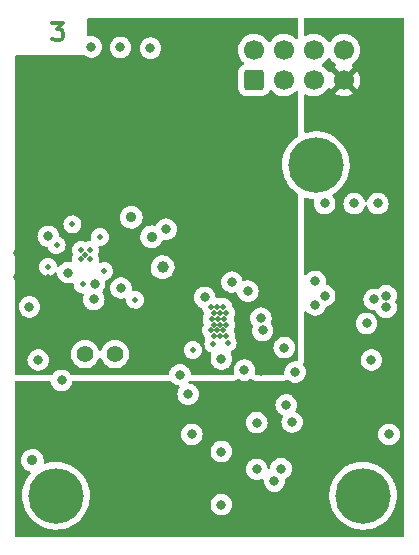
<source format=gbr>
%TF.GenerationSoftware,KiCad,Pcbnew,6.0.4-1.fc35*%
%TF.CreationDate,2022-04-05T13:43:00+01:00*%
%TF.ProjectId,cryosub_power_converter_top_v03,6372796f-7375-4625-9f70-6f7765725f63,rev?*%
%TF.SameCoordinates,Original*%
%TF.FileFunction,Copper,L3,Inr*%
%TF.FilePolarity,Positive*%
%FSLAX45Y45*%
G04 Gerber Fmt 4.5, Leading zero omitted, Abs format (unit mm)*
G04 Created by KiCad (PCBNEW 6.0.4-1.fc35) date 2022-04-05 13:43:00*
%MOMM*%
%LPD*%
G01*
G04 APERTURE LIST*
G04 Aperture macros list*
%AMRoundRect*
0 Rectangle with rounded corners*
0 $1 Rounding radius*
0 $2 $3 $4 $5 $6 $7 $8 $9 X,Y pos of 4 corners*
0 Add a 4 corners polygon primitive as box body*
4,1,4,$2,$3,$4,$5,$6,$7,$8,$9,$2,$3,0*
0 Add four circle primitives for the rounded corners*
1,1,$1+$1,$2,$3*
1,1,$1+$1,$4,$5*
1,1,$1+$1,$6,$7*
1,1,$1+$1,$8,$9*
0 Add four rect primitives between the rounded corners*
20,1,$1+$1,$2,$3,$4,$5,0*
20,1,$1+$1,$4,$5,$6,$7,0*
20,1,$1+$1,$6,$7,$8,$9,0*
20,1,$1+$1,$8,$9,$2,$3,0*%
G04 Aperture macros list end*
%ADD10C,0.300000*%
%TA.AperFunction,NonConductor*%
%ADD11C,0.300000*%
%TD*%
%TA.AperFunction,ComponentPad*%
%ADD12C,1.000000*%
%TD*%
%TA.AperFunction,ComponentPad*%
%ADD13C,1.400000*%
%TD*%
%TA.AperFunction,ComponentPad*%
%ADD14C,4.700000*%
%TD*%
%TA.AperFunction,ComponentPad*%
%ADD15RoundRect,0.250000X0.600000X-0.600000X0.600000X0.600000X-0.600000X0.600000X-0.600000X-0.600000X0*%
%TD*%
%TA.AperFunction,ComponentPad*%
%ADD16C,1.700000*%
%TD*%
%TA.AperFunction,ViaPad*%
%ADD17C,0.500000*%
%TD*%
%TA.AperFunction,ViaPad*%
%ADD18C,0.800000*%
%TD*%
%TA.AperFunction,ViaPad*%
%ADD19C,0.900000*%
%TD*%
G04 APERTURE END LIST*
D10*
D11*
X10369500Y-10092857D02*
X10462357Y-10092857D01*
X10412357Y-10150000D01*
X10433786Y-10150000D01*
X10448071Y-10157143D01*
X10455214Y-10164286D01*
X10462357Y-10178571D01*
X10462357Y-10214286D01*
X10455214Y-10228571D01*
X10448071Y-10235714D01*
X10433786Y-10242857D01*
X10390929Y-10242857D01*
X10376643Y-10235714D01*
X10369500Y-10228571D01*
D12*
%TO.N,/sipm_dcdc/imon*%
%TO.C,TP1*%
X11302500Y-12165000D03*
%TD*%
D13*
%TO.N,/vcont*%
%TO.C,TP2*%
X10646000Y-12900000D03*
%TO.N,GND*%
X10900000Y-12900000D03*
%TD*%
D14*
%TO.N,GND*%
%TO.C,H1*%
X10400000Y-14100000D03*
%TD*%
%TO.N,GND*%
%TO.C,H2*%
X12600000Y-11300000D03*
%TD*%
%TO.N,GND*%
%TO.C,H3*%
X13000000Y-14100000D03*
%TD*%
D15*
%TO.N,/vcont*%
%TO.C,J1*%
X12077500Y-10580000D03*
D16*
%TO.N,GND*%
X12077500Y-10326000D03*
%TO.N,/sipm_bias*%
X12331500Y-10580000D03*
%TO.N,GND*%
X12331500Y-10326000D03*
%TO.N,/p5v_out*%
X12585500Y-10580000D03*
%TO.N,GND*%
X12585500Y-10326000D03*
%TO.N,VDC*%
X12839500Y-10580000D03*
%TO.N,GND*%
X12839500Y-10326000D03*
%TD*%
D17*
%TO.N,GND*%
X10650000Y-12057500D03*
X11817500Y-12500000D03*
X11790000Y-12745000D03*
X11737500Y-12745000D03*
X11840000Y-12745000D03*
X11820000Y-12602500D03*
X11715000Y-12700000D03*
X11852500Y-12807500D03*
D18*
X13070000Y-12950000D03*
D17*
X10610000Y-12095000D03*
D18*
X10250000Y-12950000D03*
D17*
X10540000Y-11802500D03*
D18*
X12675000Y-11625000D03*
D17*
X10612500Y-12020000D03*
X11770000Y-12602500D03*
X10687500Y-12020000D03*
D18*
X11550000Y-13580000D03*
X11520000Y-13240000D03*
X10502260Y-12210000D03*
D17*
X10687500Y-12095000D03*
X11840000Y-12552500D03*
X11717500Y-12602500D03*
D18*
X13195000Y-12505000D03*
X13220000Y-13580000D03*
X12350000Y-13330000D03*
D17*
X11790000Y-12552500D03*
X11740000Y-12652500D03*
X11737500Y-12552500D03*
D18*
X10727500Y-12307500D03*
D17*
X11765000Y-12500000D03*
D18*
X13195000Y-12405000D03*
X10950000Y-12340000D03*
X13030000Y-12640000D03*
X12595000Y-12285000D03*
X11800000Y-12940000D03*
X12135019Y-12594981D03*
D17*
X11732500Y-12812500D03*
X11842500Y-12652500D03*
X11767500Y-12700000D03*
D18*
X10946000Y-10304000D03*
X12425000Y-13052500D03*
D17*
X11792500Y-12652500D03*
D18*
X11200000Y-10310000D03*
X13125000Y-11625000D03*
D17*
X11715000Y-12500000D03*
D18*
X10175000Y-12500000D03*
X12675000Y-12405000D03*
X11890000Y-12290000D03*
D17*
X11817500Y-12700000D03*
D18*
X12595000Y-12485000D03*
D19*
X10200000Y-13800000D03*
D18*
X13095259Y-12437500D03*
D19*
X11037500Y-11742500D03*
D18*
X12100000Y-13875000D03*
X10720000Y-12437550D03*
X10700000Y-10300000D03*
X11332500Y-11842500D03*
X12925000Y-11625000D03*
D17*
X10405000Y-11975000D03*
D18*
%TO.N,Net-(C7-Pad1)*%
X11450000Y-13075000D03*
X12332500Y-12845000D03*
D17*
X11558665Y-12866335D03*
D18*
X10447500Y-13122500D03*
%TO.N,/On When Warm/VD1*%
X12400000Y-13475000D03*
%TO.N,/On When Warm/vs*%
X11800000Y-13725000D03*
X11800000Y-14175000D03*
%TO.N,/On When Warm/vg1*%
X12100000Y-13480000D03*
%TO.N,/thermistor*%
X12250000Y-13975000D03*
%TO.N,/On When Warm/vd2*%
X12305132Y-13870617D03*
%TO.N,VDC*%
X10852500Y-13905000D03*
X12595000Y-13005000D03*
X12550000Y-13475000D03*
X12550000Y-14225000D03*
X11550000Y-14130000D03*
X12730000Y-13580000D03*
X12611825Y-12674614D03*
X12660000Y-14147500D03*
X12595000Y-12825000D03*
X10985500Y-13904500D03*
X11630000Y-13360000D03*
D17*
%TO.N,Net-(C18-Pad1)*%
X10772413Y-11906289D03*
%TO.N,Net-(C14-Pad1)*%
X10625000Y-12310000D03*
D18*
X10335000Y-11902500D03*
D17*
X10331891Y-12161791D03*
D19*
%TO.N,Net-(C15-Pad1)*%
X11210359Y-11906185D03*
D18*
%TO.N,Net-(R11-Pad2)*%
X12150000Y-12700000D03*
%TO.N,/dc_dc/pgood*%
X11660000Y-12420000D03*
D17*
%TO.N,Net-(R14-Pad1)*%
X10807500Y-12197500D03*
%TO.N,Net-(R16-Pad2)*%
X11070000Y-12440000D03*
D18*
%TO.N,+5V*%
X12140000Y-13040000D03*
X10700000Y-11300000D03*
X10077500Y-12047500D03*
X10950000Y-11300000D03*
X10075000Y-12250000D03*
D17*
X10330000Y-12245000D03*
X11447266Y-12438091D03*
D18*
%TO.N,/dc_dc/vcc*%
X11995000Y-13035000D03*
X12025000Y-12367500D03*
%TD*%
%TA.AperFunction,Conductor*%
%TO.N,+5V*%
G36*
X12444212Y-10052850D02*
G01*
X12448861Y-10058216D01*
X12450000Y-10063450D01*
X12450000Y-10221796D01*
X12448000Y-10228609D01*
X12442634Y-10233258D01*
X12435607Y-10234268D01*
X12429149Y-10231319D01*
X12428081Y-10230276D01*
X12424814Y-10226687D01*
X12424467Y-10226305D01*
X12424062Y-10225985D01*
X12424061Y-10225985D01*
X12407341Y-10212780D01*
X12407341Y-10212780D01*
X12406936Y-10212460D01*
X12403299Y-10210452D01*
X12395543Y-10206170D01*
X12387379Y-10201664D01*
X12386892Y-10201491D01*
X12386892Y-10201491D01*
X12366809Y-10194380D01*
X12366808Y-10194379D01*
X12366321Y-10194207D01*
X12365812Y-10194116D01*
X12365812Y-10194116D01*
X12344837Y-10190380D01*
X12344837Y-10190380D01*
X12344328Y-10190289D01*
X12336945Y-10190199D01*
X12322508Y-10190023D01*
X12322508Y-10190023D01*
X12321991Y-10190017D01*
X12299909Y-10193396D01*
X12278676Y-10200336D01*
X12275644Y-10201914D01*
X12261480Y-10209287D01*
X12258861Y-10210651D01*
X12258447Y-10210961D01*
X12258447Y-10210961D01*
X12242252Y-10223121D01*
X12240996Y-10224064D01*
X12240639Y-10224437D01*
X12231245Y-10234268D01*
X12225563Y-10240214D01*
X12214820Y-10255962D01*
X12209329Y-10260462D01*
X12202277Y-10261279D01*
X12195902Y-10258154D01*
X12193832Y-10255705D01*
X12185782Y-10243262D01*
X12185782Y-10243261D01*
X12185501Y-10242828D01*
X12170467Y-10226305D01*
X12170062Y-10225985D01*
X12170061Y-10225985D01*
X12153341Y-10212780D01*
X12153341Y-10212780D01*
X12152936Y-10212460D01*
X12149299Y-10210452D01*
X12141543Y-10206170D01*
X12133379Y-10201664D01*
X12132892Y-10201491D01*
X12132892Y-10201491D01*
X12112809Y-10194380D01*
X12112808Y-10194379D01*
X12112321Y-10194207D01*
X12111812Y-10194116D01*
X12111812Y-10194116D01*
X12090837Y-10190380D01*
X12090837Y-10190380D01*
X12090328Y-10190289D01*
X12082945Y-10190199D01*
X12068508Y-10190023D01*
X12068508Y-10190023D01*
X12067991Y-10190017D01*
X12045909Y-10193396D01*
X12024676Y-10200336D01*
X12021644Y-10201914D01*
X12007480Y-10209287D01*
X12004861Y-10210651D01*
X12004447Y-10210961D01*
X12004447Y-10210961D01*
X11988252Y-10223121D01*
X11986996Y-10224064D01*
X11986639Y-10224437D01*
X11977245Y-10234268D01*
X11971563Y-10240214D01*
X11971272Y-10240640D01*
X11971271Y-10240641D01*
X11967017Y-10246877D01*
X11958974Y-10258668D01*
X11955445Y-10266272D01*
X11952394Y-10272844D01*
X11949569Y-10278931D01*
X11943599Y-10300457D01*
X11941225Y-10322670D01*
X11941255Y-10323185D01*
X11941255Y-10323185D01*
X11941590Y-10328993D01*
X11942511Y-10344972D01*
X11942625Y-10345476D01*
X11942625Y-10345477D01*
X11944477Y-10353694D01*
X11947422Y-10366764D01*
X11953487Y-10381700D01*
X11955481Y-10386611D01*
X11955827Y-10387462D01*
X11960270Y-10394713D01*
X11967229Y-10406069D01*
X11967499Y-10406509D01*
X11982125Y-10423394D01*
X11989091Y-10429177D01*
X11989134Y-10429213D01*
X11993098Y-10435103D01*
X11993248Y-10442201D01*
X11989536Y-10448254D01*
X11986431Y-10450318D01*
X11985800Y-10450613D01*
X11985105Y-10450845D01*
X11970065Y-10460152D01*
X11957569Y-10472670D01*
X11957185Y-10473293D01*
X11957185Y-10473293D01*
X11948747Y-10486983D01*
X11948288Y-10487726D01*
X11942720Y-10504514D01*
X11941650Y-10514960D01*
X11941650Y-10645040D01*
X11942747Y-10655617D01*
X11942965Y-10656270D01*
X11942965Y-10656270D01*
X11946995Y-10668349D01*
X11948345Y-10672395D01*
X11957652Y-10687435D01*
X11970170Y-10699931D01*
X11970793Y-10700315D01*
X11970793Y-10700315D01*
X11984509Y-10708769D01*
X11985226Y-10709212D01*
X11990637Y-10711006D01*
X12001361Y-10714563D01*
X12001361Y-10714563D01*
X12002014Y-10714780D01*
X12002697Y-10714850D01*
X12002698Y-10714850D01*
X12006637Y-10715253D01*
X12012460Y-10715850D01*
X12142540Y-10715850D01*
X12142865Y-10715816D01*
X12142865Y-10715816D01*
X12152431Y-10714824D01*
X12152431Y-10714824D01*
X12153117Y-10714753D01*
X12153770Y-10714535D01*
X12153770Y-10714535D01*
X12166981Y-10710127D01*
X12169895Y-10709155D01*
X12184935Y-10699848D01*
X12197430Y-10687330D01*
X12199991Y-10683177D01*
X12206328Y-10672897D01*
X12206711Y-10672274D01*
X12206942Y-10671580D01*
X12207176Y-10671077D01*
X12211868Y-10665748D01*
X12218696Y-10663802D01*
X12225492Y-10665856D01*
X12228119Y-10668152D01*
X12235786Y-10677003D01*
X12236125Y-10677394D01*
X12253313Y-10691663D01*
X12272600Y-10702934D01*
X12293469Y-10710903D01*
X12293976Y-10711006D01*
X12293976Y-10711006D01*
X12304702Y-10713188D01*
X12315360Y-10715357D01*
X12315877Y-10715376D01*
X12315877Y-10715376D01*
X12337167Y-10716156D01*
X12337168Y-10716156D01*
X12337684Y-10716175D01*
X12338196Y-10716110D01*
X12338196Y-10716110D01*
X12359329Y-10713403D01*
X12359329Y-10713403D01*
X12359842Y-10713337D01*
X12360337Y-10713188D01*
X12380743Y-10707066D01*
X12380743Y-10707066D01*
X12381238Y-10706917D01*
X12401299Y-10697090D01*
X12419486Y-10684117D01*
X12419851Y-10683753D01*
X12419852Y-10683752D01*
X12428506Y-10675129D01*
X12434743Y-10671737D01*
X12441824Y-10672256D01*
X12447500Y-10676521D01*
X12449969Y-10683177D01*
X12450000Y-10684054D01*
X12450000Y-11049677D01*
X12448000Y-11056489D01*
X12444096Y-11060351D01*
X12434132Y-11066601D01*
X12433848Y-11066828D01*
X12433848Y-11066828D01*
X12417733Y-11079739D01*
X12408405Y-11087212D01*
X12385217Y-11110644D01*
X12364877Y-11136585D01*
X12347652Y-11164693D01*
X12333773Y-11194593D01*
X12323422Y-11225891D01*
X12316737Y-11258171D01*
X12313807Y-11291006D01*
X12314670Y-11323960D01*
X12319315Y-11356596D01*
X12327680Y-11388482D01*
X12339654Y-11419195D01*
X12339825Y-11419517D01*
X12352347Y-11443167D01*
X12355080Y-11448329D01*
X12355285Y-11448627D01*
X12355285Y-11448628D01*
X12373546Y-11475197D01*
X12373546Y-11475198D01*
X12373751Y-11475496D01*
X12395422Y-11500338D01*
X12419804Y-11522524D01*
X12420099Y-11522735D01*
X12420099Y-11522736D01*
X12444753Y-11540451D01*
X12449117Y-11546050D01*
X12450000Y-11550683D01*
X12450000Y-12949374D01*
X12448000Y-12956187D01*
X12442634Y-12960836D01*
X12435856Y-12961810D01*
X12435851Y-12961856D01*
X12435670Y-12961837D01*
X12435607Y-12961846D01*
X12435391Y-12961808D01*
X12435194Y-12961787D01*
X12434549Y-12961650D01*
X12415451Y-12961650D01*
X12414806Y-12961787D01*
X12414806Y-12961787D01*
X12406111Y-12963635D01*
X12396771Y-12965621D01*
X12396168Y-12965889D01*
X12396168Y-12965889D01*
X12379928Y-12973120D01*
X12379928Y-12973120D01*
X12379325Y-12973388D01*
X12363875Y-12984613D01*
X12363433Y-12985104D01*
X12363432Y-12985104D01*
X12351961Y-12997844D01*
X12351096Y-12998806D01*
X12347351Y-13005291D01*
X12342460Y-13013763D01*
X12341547Y-13015344D01*
X12335646Y-13033507D01*
X12335577Y-13034163D01*
X12335577Y-13034163D01*
X12335250Y-13037272D01*
X12333650Y-13052500D01*
X12333719Y-13053156D01*
X12334552Y-13061083D01*
X12333274Y-13068067D01*
X12328424Y-13073251D01*
X12322021Y-13075000D01*
X12094871Y-13075000D01*
X12088059Y-13073000D01*
X12083409Y-13067634D01*
X12082399Y-13060607D01*
X12082887Y-13058507D01*
X12084354Y-13053993D01*
X12085736Y-13040850D01*
X12086281Y-13035656D01*
X12086350Y-13035000D01*
X12084859Y-13020815D01*
X12084423Y-13016663D01*
X12084423Y-13016663D01*
X12084354Y-13016007D01*
X12078453Y-12997844D01*
X12068904Y-12981306D01*
X12061775Y-12973388D01*
X12056567Y-12967604D01*
X12056567Y-12967604D01*
X12056125Y-12967113D01*
X12040675Y-12955888D01*
X12040072Y-12955620D01*
X12040072Y-12955620D01*
X12023832Y-12948389D01*
X12023832Y-12948389D01*
X12023229Y-12948121D01*
X12013889Y-12946135D01*
X12005194Y-12944287D01*
X12005194Y-12944287D01*
X12004549Y-12944150D01*
X11985451Y-12944150D01*
X11984806Y-12944287D01*
X11984806Y-12944287D01*
X11976111Y-12946135D01*
X11966771Y-12948121D01*
X11966168Y-12948389D01*
X11966168Y-12948389D01*
X11949928Y-12955620D01*
X11949928Y-12955620D01*
X11949325Y-12955888D01*
X11933875Y-12967113D01*
X11933433Y-12967604D01*
X11933432Y-12967604D01*
X11928225Y-12973388D01*
X11921096Y-12981306D01*
X11911547Y-12997844D01*
X11905646Y-13016007D01*
X11905577Y-13016663D01*
X11905577Y-13016663D01*
X11905140Y-13020815D01*
X11903650Y-13035000D01*
X11903719Y-13035656D01*
X11904264Y-13040850D01*
X11905646Y-13053993D01*
X11907112Y-13058506D01*
X11907315Y-13065603D01*
X11903649Y-13071683D01*
X11897278Y-13074815D01*
X11895129Y-13075000D01*
X11552695Y-13075000D01*
X11545883Y-13073000D01*
X11541234Y-13067634D01*
X11540164Y-13063717D01*
X11539423Y-13056663D01*
X11539423Y-13056663D01*
X11539354Y-13056007D01*
X11533453Y-13037844D01*
X11532741Y-13036611D01*
X11528411Y-13029112D01*
X11523904Y-13021306D01*
X11522122Y-13019326D01*
X11511567Y-13007604D01*
X11511567Y-13007604D01*
X11511125Y-13007113D01*
X11495675Y-12995888D01*
X11495072Y-12995620D01*
X11495072Y-12995620D01*
X11478832Y-12988389D01*
X11478832Y-12988389D01*
X11478229Y-12988121D01*
X11468889Y-12986135D01*
X11460194Y-12984287D01*
X11460194Y-12984287D01*
X11459549Y-12984150D01*
X11440451Y-12984150D01*
X11439806Y-12984287D01*
X11439806Y-12984287D01*
X11431111Y-12986135D01*
X11421771Y-12988121D01*
X11421168Y-12988389D01*
X11421168Y-12988389D01*
X11404928Y-12995620D01*
X11404928Y-12995620D01*
X11404325Y-12995888D01*
X11388875Y-13007113D01*
X11388433Y-13007604D01*
X11388432Y-13007604D01*
X11377878Y-13019326D01*
X11376096Y-13021306D01*
X11371589Y-13029112D01*
X11367259Y-13036611D01*
X11366547Y-13037844D01*
X11360646Y-13056007D01*
X11360577Y-13056663D01*
X11360577Y-13056663D01*
X11359835Y-13063717D01*
X11357134Y-13070283D01*
X11351312Y-13074346D01*
X11347304Y-13075000D01*
X10532239Y-13075000D01*
X10525427Y-13073000D01*
X10522045Y-13069806D01*
X10521735Y-13069378D01*
X10521404Y-13068806D01*
X10508625Y-13054613D01*
X10493175Y-13043388D01*
X10492572Y-13043120D01*
X10492572Y-13043120D01*
X10476332Y-13035889D01*
X10476332Y-13035889D01*
X10475729Y-13035621D01*
X10465786Y-13033507D01*
X10457694Y-13031787D01*
X10457694Y-13031787D01*
X10457049Y-13031650D01*
X10437951Y-13031650D01*
X10437306Y-13031787D01*
X10437306Y-13031787D01*
X10429214Y-13033507D01*
X10419271Y-13035621D01*
X10418668Y-13035889D01*
X10418668Y-13035889D01*
X10402428Y-13043120D01*
X10402428Y-13043120D01*
X10401825Y-13043388D01*
X10386375Y-13054613D01*
X10373596Y-13068806D01*
X10373265Y-13069378D01*
X10372955Y-13069806D01*
X10367332Y-13074141D01*
X10362761Y-13075000D01*
X10063450Y-13075000D01*
X10056638Y-13073000D01*
X10051989Y-13067634D01*
X10050850Y-13062400D01*
X10050850Y-12950000D01*
X10158650Y-12950000D01*
X10158719Y-12950656D01*
X10160448Y-12967113D01*
X10160646Y-12968993D01*
X10166547Y-12987156D01*
X10166878Y-12987728D01*
X10166878Y-12987728D01*
X10169656Y-12992541D01*
X10176096Y-13003694D01*
X10176538Y-13004185D01*
X10176538Y-13004185D01*
X10186070Y-13014772D01*
X10188875Y-13017887D01*
X10204325Y-13029112D01*
X10204928Y-13029380D01*
X10204928Y-13029380D01*
X10219025Y-13035656D01*
X10221771Y-13036879D01*
X10229268Y-13038473D01*
X10239806Y-13040713D01*
X10239806Y-13040713D01*
X10240451Y-13040850D01*
X10259549Y-13040850D01*
X10260194Y-13040713D01*
X10260194Y-13040713D01*
X10270732Y-13038473D01*
X10278229Y-13036879D01*
X10280976Y-13035656D01*
X10295072Y-13029380D01*
X10295072Y-13029380D01*
X10295675Y-13029112D01*
X10311125Y-13017887D01*
X10313930Y-13014772D01*
X10323462Y-13004185D01*
X10323462Y-13004185D01*
X10323904Y-13003694D01*
X10330344Y-12992541D01*
X10333122Y-12987728D01*
X10333122Y-12987728D01*
X10333453Y-12987156D01*
X10339354Y-12968993D01*
X10339552Y-12967113D01*
X10341281Y-12950656D01*
X10341350Y-12950000D01*
X10341153Y-12948121D01*
X10339423Y-12931663D01*
X10339423Y-12931663D01*
X10339354Y-12931007D01*
X10333453Y-12912844D01*
X10326037Y-12900000D01*
X10524688Y-12900000D01*
X10526531Y-12921065D01*
X10526674Y-12921597D01*
X10526674Y-12921597D01*
X10529027Y-12930379D01*
X10532004Y-12941491D01*
X10532237Y-12941989D01*
X10532237Y-12941989D01*
X10540458Y-12959621D01*
X10540941Y-12960656D01*
X10553070Y-12977978D01*
X10568022Y-12992930D01*
X10585344Y-13005059D01*
X10585842Y-13005291D01*
X10585842Y-13005291D01*
X10591408Y-13007887D01*
X10604509Y-13013996D01*
X10605040Y-13014138D01*
X10605040Y-13014138D01*
X10624403Y-13019326D01*
X10624403Y-13019326D01*
X10624935Y-13019469D01*
X10646000Y-13021312D01*
X10667066Y-13019469D01*
X10667597Y-13019326D01*
X10667597Y-13019326D01*
X10686960Y-13014138D01*
X10686960Y-13014138D01*
X10687491Y-13013996D01*
X10700592Y-13007887D01*
X10706158Y-13005291D01*
X10706158Y-13005291D01*
X10706656Y-13005059D01*
X10723978Y-12992930D01*
X10738930Y-12977978D01*
X10751059Y-12960656D01*
X10751542Y-12959621D01*
X10759763Y-12941989D01*
X10759763Y-12941989D01*
X10759996Y-12941491D01*
X10760829Y-12938380D01*
X10764525Y-12932317D01*
X10770911Y-12929215D01*
X10777960Y-12930058D01*
X10783435Y-12934578D01*
X10785171Y-12938380D01*
X10786004Y-12941491D01*
X10786237Y-12941989D01*
X10786237Y-12941989D01*
X10794458Y-12959621D01*
X10794941Y-12960656D01*
X10807070Y-12977978D01*
X10822022Y-12992930D01*
X10839344Y-13005059D01*
X10839842Y-13005291D01*
X10839842Y-13005291D01*
X10845408Y-13007887D01*
X10858509Y-13013996D01*
X10859040Y-13014138D01*
X10859040Y-13014138D01*
X10878403Y-13019326D01*
X10878403Y-13019326D01*
X10878935Y-13019469D01*
X10900000Y-13021312D01*
X10921066Y-13019469D01*
X10921597Y-13019326D01*
X10921597Y-13019326D01*
X10940960Y-13014138D01*
X10940960Y-13014138D01*
X10941491Y-13013996D01*
X10954592Y-13007887D01*
X10960158Y-13005291D01*
X10960158Y-13005291D01*
X10960656Y-13005059D01*
X10977978Y-12992930D01*
X10992930Y-12977978D01*
X11005059Y-12960656D01*
X11005542Y-12959621D01*
X11013763Y-12941989D01*
X11013763Y-12941989D01*
X11013996Y-12941491D01*
X11016973Y-12930379D01*
X11019326Y-12921597D01*
X11019326Y-12921597D01*
X11019469Y-12921065D01*
X11021312Y-12900000D01*
X11019469Y-12878934D01*
X11016619Y-12868299D01*
X11015807Y-12865269D01*
X11482343Y-12865269D01*
X11484003Y-12882205D01*
X11489375Y-12898351D01*
X11489739Y-12898954D01*
X11489739Y-12898954D01*
X11491115Y-12901225D01*
X11498190Y-12912907D01*
X11510011Y-12925148D01*
X11510600Y-12925534D01*
X11520297Y-12931879D01*
X11524250Y-12934466D01*
X11524910Y-12934711D01*
X11524910Y-12934711D01*
X11528550Y-12936065D01*
X11540199Y-12940397D01*
X11557067Y-12942648D01*
X11557768Y-12942584D01*
X11557768Y-12942584D01*
X11573311Y-12941170D01*
X11574013Y-12941106D01*
X11574684Y-12940888D01*
X11574684Y-12940888D01*
X11589527Y-12936065D01*
X11589528Y-12936065D01*
X11590197Y-12935847D01*
X11604814Y-12927134D01*
X11605324Y-12926649D01*
X11605324Y-12926648D01*
X11612048Y-12920245D01*
X11617137Y-12915399D01*
X11618806Y-12912887D01*
X11625061Y-12903473D01*
X11626554Y-12901225D01*
X11632597Y-12885317D01*
X11634965Y-12868466D01*
X11634995Y-12866335D01*
X11633098Y-12849424D01*
X11627502Y-12833354D01*
X11626903Y-12832396D01*
X11622519Y-12825379D01*
X11618484Y-12818923D01*
X11606494Y-12806848D01*
X11604869Y-12805817D01*
X11601006Y-12803365D01*
X11592126Y-12797730D01*
X11576095Y-12792022D01*
X11559198Y-12790007D01*
X11558498Y-12790080D01*
X11558498Y-12790080D01*
X11542975Y-12791712D01*
X11542975Y-12791712D01*
X11542274Y-12791785D01*
X11541607Y-12792013D01*
X11526832Y-12797042D01*
X11526832Y-12797042D01*
X11526165Y-12797269D01*
X11525566Y-12797638D01*
X11525565Y-12797638D01*
X11512272Y-12805817D01*
X11512271Y-12805817D01*
X11511672Y-12806186D01*
X11499514Y-12818092D01*
X11499133Y-12818683D01*
X11499132Y-12818684D01*
X11490677Y-12831803D01*
X11490296Y-12832396D01*
X11490055Y-12833058D01*
X11486444Y-12842977D01*
X11484475Y-12848386D01*
X11482343Y-12865269D01*
X11015807Y-12865269D01*
X11014138Y-12859040D01*
X11014138Y-12859040D01*
X11013996Y-12858509D01*
X11007752Y-12845119D01*
X11005291Y-12839842D01*
X11005291Y-12839842D01*
X11005059Y-12839344D01*
X10992930Y-12822022D01*
X10977978Y-12807070D01*
X10960656Y-12794941D01*
X10960158Y-12794709D01*
X10960158Y-12794709D01*
X10941989Y-12786237D01*
X10941989Y-12786237D01*
X10941491Y-12786004D01*
X10940960Y-12785862D01*
X10940960Y-12785862D01*
X10921597Y-12780674D01*
X10921597Y-12780674D01*
X10921066Y-12780531D01*
X10900000Y-12778688D01*
X10878935Y-12780531D01*
X10878403Y-12780674D01*
X10878403Y-12780674D01*
X10859040Y-12785862D01*
X10859040Y-12785862D01*
X10858509Y-12786004D01*
X10858011Y-12786237D01*
X10858011Y-12786237D01*
X10839842Y-12794709D01*
X10839842Y-12794709D01*
X10839344Y-12794941D01*
X10822022Y-12807070D01*
X10807070Y-12822022D01*
X10794941Y-12839344D01*
X10794709Y-12839842D01*
X10794709Y-12839842D01*
X10792248Y-12845119D01*
X10786004Y-12858509D01*
X10785862Y-12859040D01*
X10785862Y-12859040D01*
X10785171Y-12861620D01*
X10781476Y-12867683D01*
X10775089Y-12870785D01*
X10768040Y-12869942D01*
X10762565Y-12865422D01*
X10760829Y-12861620D01*
X10760138Y-12859040D01*
X10760138Y-12859040D01*
X10759996Y-12858509D01*
X10753752Y-12845119D01*
X10751291Y-12839842D01*
X10751291Y-12839842D01*
X10751059Y-12839344D01*
X10738930Y-12822022D01*
X10723978Y-12807070D01*
X10706656Y-12794941D01*
X10706158Y-12794709D01*
X10706158Y-12794709D01*
X10687989Y-12786237D01*
X10687989Y-12786237D01*
X10687491Y-12786004D01*
X10686960Y-12785862D01*
X10686960Y-12785862D01*
X10667597Y-12780674D01*
X10667597Y-12780674D01*
X10667066Y-12780531D01*
X10646000Y-12778688D01*
X10624935Y-12780531D01*
X10624403Y-12780674D01*
X10624403Y-12780674D01*
X10605040Y-12785862D01*
X10605040Y-12785862D01*
X10604509Y-12786004D01*
X10604011Y-12786237D01*
X10604011Y-12786237D01*
X10585842Y-12794709D01*
X10585842Y-12794709D01*
X10585344Y-12794941D01*
X10568022Y-12807070D01*
X10553070Y-12822022D01*
X10540941Y-12839344D01*
X10540709Y-12839842D01*
X10540709Y-12839842D01*
X10538248Y-12845119D01*
X10532004Y-12858509D01*
X10531862Y-12859040D01*
X10531862Y-12859040D01*
X10529381Y-12868299D01*
X10526531Y-12878934D01*
X10524688Y-12900000D01*
X10326037Y-12900000D01*
X10323904Y-12896306D01*
X10311125Y-12882113D01*
X10295675Y-12870888D01*
X10295072Y-12870620D01*
X10295072Y-12870620D01*
X10278832Y-12863389D01*
X10278832Y-12863389D01*
X10278229Y-12863121D01*
X10268889Y-12861135D01*
X10260194Y-12859287D01*
X10260194Y-12859287D01*
X10259549Y-12859150D01*
X10240451Y-12859150D01*
X10239806Y-12859287D01*
X10239806Y-12859287D01*
X10231111Y-12861135D01*
X10221771Y-12863121D01*
X10221168Y-12863389D01*
X10221168Y-12863389D01*
X10204928Y-12870620D01*
X10204928Y-12870620D01*
X10204325Y-12870888D01*
X10188875Y-12882113D01*
X10176096Y-12896306D01*
X10166547Y-12912844D01*
X10160646Y-12931007D01*
X10160577Y-12931663D01*
X10160577Y-12931663D01*
X10158847Y-12948121D01*
X10158650Y-12950000D01*
X10050850Y-12950000D01*
X10050850Y-12500000D01*
X10083650Y-12500000D01*
X10083719Y-12500656D01*
X10085364Y-12516313D01*
X10085646Y-12518993D01*
X10091547Y-12537156D01*
X10101096Y-12553694D01*
X10101538Y-12554185D01*
X10101538Y-12554185D01*
X10113433Y-12567395D01*
X10113875Y-12567887D01*
X10115714Y-12569223D01*
X10125026Y-12575988D01*
X10129325Y-12579112D01*
X10129928Y-12579380D01*
X10129928Y-12579380D01*
X10143113Y-12585251D01*
X10146771Y-12586879D01*
X10156111Y-12588865D01*
X10164806Y-12590713D01*
X10164806Y-12590713D01*
X10165451Y-12590850D01*
X10184549Y-12590850D01*
X10185194Y-12590713D01*
X10185194Y-12590713D01*
X10193889Y-12588865D01*
X10203229Y-12586879D01*
X10206887Y-12585251D01*
X10220072Y-12579380D01*
X10220072Y-12579380D01*
X10220675Y-12579112D01*
X10224975Y-12575988D01*
X10234286Y-12569223D01*
X10236125Y-12567887D01*
X10236568Y-12567395D01*
X10248462Y-12554185D01*
X10248462Y-12554185D01*
X10248904Y-12553694D01*
X10258453Y-12537156D01*
X10264354Y-12518993D01*
X10264636Y-12516313D01*
X10266281Y-12500656D01*
X10266350Y-12500000D01*
X10265780Y-12494576D01*
X10264423Y-12481663D01*
X10264423Y-12481663D01*
X10264354Y-12481007D01*
X10258453Y-12462844D01*
X10256604Y-12459641D01*
X10249234Y-12446877D01*
X10248904Y-12446306D01*
X10245146Y-12442131D01*
X10236568Y-12432604D01*
X10236567Y-12432604D01*
X10236125Y-12432113D01*
X10224668Y-12423789D01*
X10221209Y-12421276D01*
X10221209Y-12421276D01*
X10220675Y-12420888D01*
X10220072Y-12420620D01*
X10220072Y-12420620D01*
X10203832Y-12413389D01*
X10203832Y-12413389D01*
X10203229Y-12413121D01*
X10193889Y-12411135D01*
X10185194Y-12409287D01*
X10185194Y-12409287D01*
X10184549Y-12409150D01*
X10165451Y-12409150D01*
X10164806Y-12409287D01*
X10164806Y-12409287D01*
X10156111Y-12411135D01*
X10146771Y-12413121D01*
X10146168Y-12413389D01*
X10146168Y-12413389D01*
X10129928Y-12420620D01*
X10129928Y-12420620D01*
X10129325Y-12420888D01*
X10128791Y-12421276D01*
X10128791Y-12421276D01*
X10125332Y-12423789D01*
X10113875Y-12432113D01*
X10113433Y-12432604D01*
X10113433Y-12432604D01*
X10104855Y-12442131D01*
X10101096Y-12446306D01*
X10100766Y-12446877D01*
X10093397Y-12459641D01*
X10091547Y-12462844D01*
X10085646Y-12481007D01*
X10085577Y-12481663D01*
X10085577Y-12481663D01*
X10084220Y-12494576D01*
X10083650Y-12500000D01*
X10050850Y-12500000D01*
X10050850Y-12160725D01*
X10255569Y-12160725D01*
X10257230Y-12177661D01*
X10257452Y-12178330D01*
X10257452Y-12178330D01*
X10257858Y-12179552D01*
X10262601Y-12193808D01*
X10262966Y-12194410D01*
X10262966Y-12194410D01*
X10271013Y-12207698D01*
X10271416Y-12208363D01*
X10283237Y-12220604D01*
X10297476Y-12229922D01*
X10298136Y-12230168D01*
X10298137Y-12230168D01*
X10304112Y-12232390D01*
X10313426Y-12235854D01*
X10330293Y-12238104D01*
X10330994Y-12238041D01*
X10330994Y-12238041D01*
X10346538Y-12236626D01*
X10347240Y-12236562D01*
X10347910Y-12236344D01*
X10347910Y-12236344D01*
X10362754Y-12231521D01*
X10362754Y-12231521D01*
X10363424Y-12231304D01*
X10378040Y-12222590D01*
X10378550Y-12222105D01*
X10378550Y-12222105D01*
X10390364Y-12210855D01*
X10390523Y-12211023D01*
X10395522Y-12207698D01*
X10402621Y-12207585D01*
X10408653Y-12211329D01*
X10411794Y-12218413D01*
X10412263Y-12222878D01*
X10412906Y-12228993D01*
X10418807Y-12247156D01*
X10428356Y-12263694D01*
X10428798Y-12264185D01*
X10428798Y-12264185D01*
X10440145Y-12276787D01*
X10441134Y-12277887D01*
X10444709Y-12280483D01*
X10455589Y-12288388D01*
X10456585Y-12289112D01*
X10457187Y-12289380D01*
X10457188Y-12289380D01*
X10472969Y-12296407D01*
X10474031Y-12296879D01*
X10482599Y-12298700D01*
X10492065Y-12300713D01*
X10492066Y-12300713D01*
X10492711Y-12300850D01*
X10511808Y-12300850D01*
X10512454Y-12300713D01*
X10512454Y-12300713D01*
X10521921Y-12298700D01*
X10530489Y-12296879D01*
X10531092Y-12296611D01*
X10531720Y-12296407D01*
X10531762Y-12296537D01*
X10538078Y-12295690D01*
X10544507Y-12298700D01*
X10548289Y-12304709D01*
X10548760Y-12308283D01*
X10548678Y-12308934D01*
X10550338Y-12325870D01*
X10550561Y-12326538D01*
X10550561Y-12326538D01*
X10550766Y-12327156D01*
X10555709Y-12342017D01*
X10556074Y-12342619D01*
X10556074Y-12342619D01*
X10560038Y-12349163D01*
X10564525Y-12356572D01*
X10576346Y-12368813D01*
X10580291Y-12371395D01*
X10589688Y-12377544D01*
X10590585Y-12378131D01*
X10591245Y-12378377D01*
X10591245Y-12378377D01*
X10598559Y-12381097D01*
X10606534Y-12384063D01*
X10607233Y-12384156D01*
X10622703Y-12386220D01*
X10622704Y-12386220D01*
X10623402Y-12386313D01*
X10624076Y-12386252D01*
X10630835Y-12388391D01*
X10635371Y-12393853D01*
X10636234Y-12400900D01*
X10635786Y-12402739D01*
X10630646Y-12418557D01*
X10630577Y-12419213D01*
X10630577Y-12419213D01*
X10629297Y-12431395D01*
X10628650Y-12437550D01*
X10628719Y-12438206D01*
X10629518Y-12445815D01*
X10630646Y-12456543D01*
X10636547Y-12474706D01*
X10646096Y-12491244D01*
X10646538Y-12491735D01*
X10646538Y-12491735D01*
X10658433Y-12504945D01*
X10658875Y-12505437D01*
X10664784Y-12509730D01*
X10673768Y-12516257D01*
X10674325Y-12516662D01*
X10674928Y-12516930D01*
X10674928Y-12516930D01*
X10691168Y-12524161D01*
X10691771Y-12524429D01*
X10701111Y-12526415D01*
X10709806Y-12528263D01*
X10709806Y-12528263D01*
X10710451Y-12528400D01*
X10729549Y-12528400D01*
X10730194Y-12528263D01*
X10730194Y-12528263D01*
X10738889Y-12526415D01*
X10748229Y-12524429D01*
X10748832Y-12524161D01*
X10765072Y-12516930D01*
X10765072Y-12516930D01*
X10765675Y-12516662D01*
X10766232Y-12516257D01*
X10775216Y-12509730D01*
X10781125Y-12505437D01*
X10781568Y-12504945D01*
X10793462Y-12491735D01*
X10793462Y-12491735D01*
X10793904Y-12491244D01*
X10803453Y-12474706D01*
X10809354Y-12456543D01*
X10810482Y-12445815D01*
X10811281Y-12438206D01*
X10811350Y-12437550D01*
X10810704Y-12431395D01*
X10809423Y-12419213D01*
X10809423Y-12419213D01*
X10809354Y-12418557D01*
X10803453Y-12400394D01*
X10799585Y-12393694D01*
X10794234Y-12384428D01*
X10793904Y-12383856D01*
X10793948Y-12383830D01*
X10791706Y-12377544D01*
X10793314Y-12370629D01*
X10794921Y-12368394D01*
X10801404Y-12361194D01*
X10810953Y-12344656D01*
X10812465Y-12340000D01*
X10858650Y-12340000D01*
X10858719Y-12340656D01*
X10859953Y-12352401D01*
X10860646Y-12358993D01*
X10866547Y-12377156D01*
X10866878Y-12377728D01*
X10866878Y-12377728D01*
X10868680Y-12380850D01*
X10876096Y-12393694D01*
X10876538Y-12394185D01*
X10876538Y-12394185D01*
X10882681Y-12401007D01*
X10888875Y-12407887D01*
X10890803Y-12409287D01*
X10903562Y-12418557D01*
X10904325Y-12419112D01*
X10904928Y-12419380D01*
X10904928Y-12419380D01*
X10921168Y-12426611D01*
X10921771Y-12426879D01*
X10930887Y-12428817D01*
X10939806Y-12430713D01*
X10939806Y-12430713D01*
X10940451Y-12430850D01*
X10959549Y-12430850D01*
X10960194Y-12430713D01*
X10960194Y-12430713D01*
X10978229Y-12426879D01*
X10978274Y-12427093D01*
X10984357Y-12426920D01*
X10990436Y-12430587D01*
X10993568Y-12436958D01*
X10993706Y-12438708D01*
X10993678Y-12438934D01*
X10995338Y-12455870D01*
X11000709Y-12472017D01*
X11001074Y-12472619D01*
X11001074Y-12472619D01*
X11007415Y-12483089D01*
X11009525Y-12486572D01*
X11021346Y-12498813D01*
X11023638Y-12500314D01*
X11033711Y-12506905D01*
X11035585Y-12508131D01*
X11036245Y-12508377D01*
X11036245Y-12508377D01*
X11039884Y-12509730D01*
X11051534Y-12514063D01*
X11068402Y-12516313D01*
X11069103Y-12516249D01*
X11069103Y-12516249D01*
X11084646Y-12514835D01*
X11085348Y-12514771D01*
X11086019Y-12514553D01*
X11086019Y-12514553D01*
X11100862Y-12509730D01*
X11100863Y-12509730D01*
X11101532Y-12509512D01*
X11116149Y-12500799D01*
X11116658Y-12500314D01*
X11116659Y-12500314D01*
X11123383Y-12493910D01*
X11128472Y-12489064D01*
X11137889Y-12474890D01*
X11143932Y-12458982D01*
X11146300Y-12442131D01*
X11146316Y-12441013D01*
X11146324Y-12440396D01*
X11146324Y-12440395D01*
X11146330Y-12440000D01*
X11144433Y-12423089D01*
X11143586Y-12420656D01*
X11143357Y-12420000D01*
X11568650Y-12420000D01*
X11568719Y-12420656D01*
X11570563Y-12438206D01*
X11570646Y-12438993D01*
X11576547Y-12457156D01*
X11576878Y-12457728D01*
X11576878Y-12457728D01*
X11577982Y-12459641D01*
X11586096Y-12473694D01*
X11598875Y-12487887D01*
X11601164Y-12489550D01*
X11613216Y-12498306D01*
X11614325Y-12499112D01*
X11614928Y-12499380D01*
X11614928Y-12499380D01*
X11618114Y-12500799D01*
X11631771Y-12506879D01*
X11632154Y-12506961D01*
X11637932Y-12510912D01*
X11640315Y-12515877D01*
X11640338Y-12515870D01*
X11645709Y-12532017D01*
X11646074Y-12532619D01*
X11646074Y-12532619D01*
X11654525Y-12546572D01*
X11654325Y-12546693D01*
X11656496Y-12552283D01*
X11655081Y-12559240D01*
X11654533Y-12560178D01*
X11649881Y-12567395D01*
X11649130Y-12568561D01*
X11643310Y-12584552D01*
X11641177Y-12601434D01*
X11642838Y-12618370D01*
X11648209Y-12634517D01*
X11653215Y-12642781D01*
X11655032Y-12649644D01*
X11653028Y-12656134D01*
X11646630Y-12666061D01*
X11640810Y-12682052D01*
X11638677Y-12698934D01*
X11640338Y-12715870D01*
X11645709Y-12732017D01*
X11646074Y-12732619D01*
X11646074Y-12732619D01*
X11653812Y-12745396D01*
X11654525Y-12746572D01*
X11655013Y-12747079D01*
X11655014Y-12747079D01*
X11659169Y-12751382D01*
X11662462Y-12757672D01*
X11662645Y-12758905D01*
X11662838Y-12760870D01*
X11663060Y-12761538D01*
X11665276Y-12768199D01*
X11665528Y-12775294D01*
X11664606Y-12777778D01*
X11664512Y-12777969D01*
X11664130Y-12778561D01*
X11663889Y-12779223D01*
X11663889Y-12779223D01*
X11659492Y-12791306D01*
X11658310Y-12794552D01*
X11656177Y-12811434D01*
X11657838Y-12828370D01*
X11663209Y-12844517D01*
X11663574Y-12845119D01*
X11663574Y-12845119D01*
X11670505Y-12856564D01*
X11672025Y-12859072D01*
X11683845Y-12871313D01*
X11684435Y-12871699D01*
X11694680Y-12878403D01*
X11698085Y-12880631D01*
X11709899Y-12885025D01*
X11715586Y-12889274D01*
X11718073Y-12895923D01*
X11717017Y-12901959D01*
X11716878Y-12902272D01*
X11716547Y-12902844D01*
X11710646Y-12921007D01*
X11710577Y-12921663D01*
X11710577Y-12921663D01*
X11709595Y-12931007D01*
X11708650Y-12940000D01*
X11708719Y-12940656D01*
X11710351Y-12956187D01*
X11710646Y-12958993D01*
X11716547Y-12977156D01*
X11716878Y-12977728D01*
X11716878Y-12977728D01*
X11718660Y-12980815D01*
X11726096Y-12993694D01*
X11726538Y-12994185D01*
X11726538Y-12994185D01*
X11736329Y-13005059D01*
X11738875Y-13007887D01*
X11746963Y-13013763D01*
X11752638Y-13017887D01*
X11754325Y-13019112D01*
X11754928Y-13019380D01*
X11754928Y-13019380D01*
X11771168Y-13026611D01*
X11771771Y-13026879D01*
X11780448Y-13028724D01*
X11789806Y-13030713D01*
X11789806Y-13030713D01*
X11790451Y-13030850D01*
X11809549Y-13030850D01*
X11810194Y-13030713D01*
X11810194Y-13030713D01*
X11819552Y-13028724D01*
X11828229Y-13026879D01*
X11828832Y-13026611D01*
X11845072Y-13019380D01*
X11845072Y-13019380D01*
X11845675Y-13019112D01*
X11847362Y-13017887D01*
X11853037Y-13013763D01*
X11861125Y-13007887D01*
X11863671Y-13005059D01*
X11873462Y-12994185D01*
X11873462Y-12994185D01*
X11873904Y-12993694D01*
X11881340Y-12980815D01*
X11883122Y-12977728D01*
X11883122Y-12977728D01*
X11883453Y-12977156D01*
X11889354Y-12958993D01*
X11889649Y-12956187D01*
X11891281Y-12940656D01*
X11891350Y-12940000D01*
X11890405Y-12931007D01*
X11889423Y-12921663D01*
X11889423Y-12921663D01*
X11889354Y-12921007D01*
X11883453Y-12902844D01*
X11882857Y-12901812D01*
X11878663Y-12894548D01*
X11876989Y-12887648D01*
X11879311Y-12880939D01*
X11884048Y-12877038D01*
X11884032Y-12877012D01*
X11884202Y-12876911D01*
X11898649Y-12868299D01*
X11899158Y-12867814D01*
X11899159Y-12867814D01*
X11909453Y-12858011D01*
X11910972Y-12856564D01*
X11918655Y-12845000D01*
X12241150Y-12845000D01*
X12241219Y-12845656D01*
X12242896Y-12861620D01*
X12243146Y-12863993D01*
X12249047Y-12882156D01*
X12249378Y-12882728D01*
X12249378Y-12882728D01*
X12250470Y-12884619D01*
X12258596Y-12898694D01*
X12259038Y-12899185D01*
X12259038Y-12899185D01*
X12261403Y-12901812D01*
X12271375Y-12912887D01*
X12286825Y-12924112D01*
X12287428Y-12924380D01*
X12287428Y-12924380D01*
X12300180Y-12930058D01*
X12304271Y-12931879D01*
X12313611Y-12933865D01*
X12322306Y-12935713D01*
X12322306Y-12935713D01*
X12322951Y-12935850D01*
X12342049Y-12935850D01*
X12342694Y-12935713D01*
X12342694Y-12935713D01*
X12351389Y-12933865D01*
X12360729Y-12931879D01*
X12364820Y-12930058D01*
X12377572Y-12924380D01*
X12377572Y-12924380D01*
X12378175Y-12924112D01*
X12393625Y-12912887D01*
X12403597Y-12901812D01*
X12405962Y-12899185D01*
X12405962Y-12899185D01*
X12406404Y-12898694D01*
X12414530Y-12884619D01*
X12415622Y-12882728D01*
X12415622Y-12882728D01*
X12415953Y-12882156D01*
X12421854Y-12863993D01*
X12422104Y-12861620D01*
X12423781Y-12845656D01*
X12423850Y-12845000D01*
X12422696Y-12834019D01*
X12421923Y-12826663D01*
X12421923Y-12826663D01*
X12421854Y-12826007D01*
X12415953Y-12807844D01*
X12415506Y-12807070D01*
X12412231Y-12801399D01*
X12406404Y-12791306D01*
X12405870Y-12790713D01*
X12394067Y-12777604D01*
X12394067Y-12777604D01*
X12393625Y-12777113D01*
X12378175Y-12765888D01*
X12377572Y-12765620D01*
X12377572Y-12765620D01*
X12361332Y-12758389D01*
X12361332Y-12758389D01*
X12360729Y-12758121D01*
X12351389Y-12756135D01*
X12342694Y-12754287D01*
X12342694Y-12754287D01*
X12342049Y-12754150D01*
X12322951Y-12754150D01*
X12322306Y-12754287D01*
X12322306Y-12754287D01*
X12313611Y-12756135D01*
X12304271Y-12758121D01*
X12303668Y-12758389D01*
X12303668Y-12758389D01*
X12287428Y-12765620D01*
X12287428Y-12765620D01*
X12286825Y-12765888D01*
X12271375Y-12777113D01*
X12270933Y-12777604D01*
X12270932Y-12777604D01*
X12259130Y-12790713D01*
X12258596Y-12791306D01*
X12252769Y-12801399D01*
X12249494Y-12807070D01*
X12249047Y-12807844D01*
X12243146Y-12826007D01*
X12243077Y-12826663D01*
X12243077Y-12826663D01*
X12242304Y-12834019D01*
X12241150Y-12845000D01*
X11918655Y-12845000D01*
X11920389Y-12842390D01*
X11926432Y-12826482D01*
X11928800Y-12809631D01*
X11928830Y-12807500D01*
X11926933Y-12790589D01*
X11921337Y-12774519D01*
X11920963Y-12773921D01*
X11920963Y-12773921D01*
X11918314Y-12769681D01*
X11916513Y-12766799D01*
X11914599Y-12759962D01*
X11914721Y-12758368D01*
X11914756Y-12758121D01*
X11916300Y-12747131D01*
X11916311Y-12746319D01*
X11916324Y-12745396D01*
X11916324Y-12745395D01*
X11916330Y-12745000D01*
X11914433Y-12728089D01*
X11908837Y-12712019D01*
X11908464Y-12711422D01*
X11908463Y-12711421D01*
X11905961Y-12707417D01*
X11904048Y-12700580D01*
X11906152Y-12693768D01*
X11909999Y-12687977D01*
X11910389Y-12687390D01*
X11916432Y-12671482D01*
X11918800Y-12654631D01*
X11918830Y-12652500D01*
X11916933Y-12635589D01*
X11911337Y-12619519D01*
X11910181Y-12617669D01*
X11903623Y-12607174D01*
X11901709Y-12600337D01*
X11903364Y-12594981D01*
X12043669Y-12594981D01*
X12043738Y-12595637D01*
X12044273Y-12600735D01*
X12045665Y-12613974D01*
X12051566Y-12632137D01*
X12051897Y-12632709D01*
X12051897Y-12632709D01*
X12054428Y-12637094D01*
X12061115Y-12648675D01*
X12063622Y-12651460D01*
X12066694Y-12657861D01*
X12066242Y-12663784D01*
X12065287Y-12666723D01*
X12060646Y-12681007D01*
X12060577Y-12681663D01*
X12060577Y-12681663D01*
X12060044Y-12686731D01*
X12058650Y-12700000D01*
X12058719Y-12700656D01*
X12059850Y-12711421D01*
X12060646Y-12718993D01*
X12066547Y-12737156D01*
X12076096Y-12753694D01*
X12076538Y-12754185D01*
X12076538Y-12754185D01*
X12084394Y-12762910D01*
X12088875Y-12767887D01*
X12104325Y-12779112D01*
X12104928Y-12779380D01*
X12104928Y-12779380D01*
X12121168Y-12786611D01*
X12121771Y-12786879D01*
X12131111Y-12788865D01*
X12139806Y-12790713D01*
X12139806Y-12790713D01*
X12140451Y-12790850D01*
X12159549Y-12790850D01*
X12160194Y-12790713D01*
X12160194Y-12790713D01*
X12168889Y-12788865D01*
X12178229Y-12786879D01*
X12178832Y-12786611D01*
X12195072Y-12779380D01*
X12195072Y-12779380D01*
X12195675Y-12779112D01*
X12211125Y-12767887D01*
X12215606Y-12762910D01*
X12223462Y-12754185D01*
X12223462Y-12754185D01*
X12223904Y-12753694D01*
X12233453Y-12737156D01*
X12239354Y-12718993D01*
X12240150Y-12711421D01*
X12241281Y-12700656D01*
X12241350Y-12700000D01*
X12239956Y-12686731D01*
X12239423Y-12681663D01*
X12239423Y-12681663D01*
X12239354Y-12681007D01*
X12233453Y-12662844D01*
X12223904Y-12646306D01*
X12221397Y-12643521D01*
X12218325Y-12637120D01*
X12218777Y-12631196D01*
X12224169Y-12614602D01*
X12224373Y-12613974D01*
X12225765Y-12600735D01*
X12226300Y-12595637D01*
X12226369Y-12594981D01*
X12225518Y-12586879D01*
X12224442Y-12576644D01*
X12224442Y-12576644D01*
X12224373Y-12575988D01*
X12218472Y-12557825D01*
X12208923Y-12541287D01*
X12205719Y-12537728D01*
X12196586Y-12527585D01*
X12196586Y-12527585D01*
X12196144Y-12527094D01*
X12185718Y-12519519D01*
X12181228Y-12516257D01*
X12181228Y-12516257D01*
X12180694Y-12515869D01*
X12180091Y-12515601D01*
X12180091Y-12515601D01*
X12163851Y-12508370D01*
X12163851Y-12508370D01*
X12163248Y-12508102D01*
X12153908Y-12506116D01*
X12145213Y-12504268D01*
X12145213Y-12504268D01*
X12144568Y-12504131D01*
X12125470Y-12504131D01*
X12124825Y-12504268D01*
X12124825Y-12504268D01*
X12116130Y-12506116D01*
X12106790Y-12508102D01*
X12106187Y-12508370D01*
X12106187Y-12508370D01*
X12089947Y-12515601D01*
X12089947Y-12515601D01*
X12089344Y-12515869D01*
X12088810Y-12516257D01*
X12088810Y-12516257D01*
X12084320Y-12519519D01*
X12073894Y-12527094D01*
X12073452Y-12527585D01*
X12073451Y-12527585D01*
X12064319Y-12537728D01*
X12061115Y-12541287D01*
X12051566Y-12557825D01*
X12045665Y-12575988D01*
X12045596Y-12576644D01*
X12045596Y-12576644D01*
X12044520Y-12586879D01*
X12043669Y-12594981D01*
X11903364Y-12594981D01*
X11903813Y-12593524D01*
X11907499Y-12587977D01*
X11907889Y-12587390D01*
X11913932Y-12571482D01*
X11916300Y-12554631D01*
X11916330Y-12552500D01*
X11914433Y-12535589D01*
X11908837Y-12519519D01*
X11908098Y-12518336D01*
X11905427Y-12514063D01*
X11899819Y-12505088D01*
X11899323Y-12504588D01*
X11899322Y-12504588D01*
X11896802Y-12502050D01*
X11893422Y-12495807D01*
X11893221Y-12494576D01*
X11892012Y-12483789D01*
X11891933Y-12483089D01*
X11890989Y-12480379D01*
X11886569Y-12467685D01*
X11886337Y-12467019D01*
X11877319Y-12452588D01*
X11865329Y-12440513D01*
X11864520Y-12440000D01*
X11856476Y-12434895D01*
X11850961Y-12431395D01*
X11834930Y-12425687D01*
X11818033Y-12423672D01*
X11817333Y-12423746D01*
X11817332Y-12423746D01*
X11801810Y-12425377D01*
X11801810Y-12425377D01*
X11801109Y-12425451D01*
X11800254Y-12425742D01*
X11795374Y-12427403D01*
X11788281Y-12427705D01*
X11787087Y-12427345D01*
X11784425Y-12426397D01*
X11782430Y-12425687D01*
X11765533Y-12423672D01*
X11764418Y-12423789D01*
X11764154Y-12423741D01*
X11764128Y-12423741D01*
X11764128Y-12423736D01*
X11757434Y-12422512D01*
X11752250Y-12417662D01*
X11750570Y-12412575D01*
X11750224Y-12409287D01*
X11749354Y-12401007D01*
X11743453Y-12382844D01*
X11733904Y-12366306D01*
X11733272Y-12365603D01*
X11721567Y-12352604D01*
X11721567Y-12352604D01*
X11721125Y-12352113D01*
X11708058Y-12342619D01*
X11706209Y-12341276D01*
X11706209Y-12341276D01*
X11705675Y-12340888D01*
X11705072Y-12340620D01*
X11705072Y-12340620D01*
X11688832Y-12333389D01*
X11688832Y-12333389D01*
X11688229Y-12333121D01*
X11678125Y-12330973D01*
X11670194Y-12329287D01*
X11670194Y-12329287D01*
X11669549Y-12329150D01*
X11650451Y-12329150D01*
X11649806Y-12329287D01*
X11649806Y-12329287D01*
X11641875Y-12330973D01*
X11631771Y-12333121D01*
X11631168Y-12333389D01*
X11631168Y-12333389D01*
X11614928Y-12340620D01*
X11614928Y-12340620D01*
X11614325Y-12340888D01*
X11613791Y-12341276D01*
X11613791Y-12341276D01*
X11611942Y-12342619D01*
X11598875Y-12352113D01*
X11598433Y-12352604D01*
X11598432Y-12352604D01*
X11586728Y-12365603D01*
X11586096Y-12366306D01*
X11576547Y-12382844D01*
X11570646Y-12401007D01*
X11570577Y-12401663D01*
X11570577Y-12401663D01*
X11569882Y-12408275D01*
X11568650Y-12420000D01*
X11143357Y-12420000D01*
X11141918Y-12415868D01*
X11138837Y-12407019D01*
X11137718Y-12405228D01*
X11130817Y-12394185D01*
X11129819Y-12392588D01*
X11117829Y-12380513D01*
X11103461Y-12371395D01*
X11087430Y-12365687D01*
X11070533Y-12363672D01*
X11069833Y-12363746D01*
X11069833Y-12363746D01*
X11053983Y-12365411D01*
X11046999Y-12364134D01*
X11041815Y-12359284D01*
X11040075Y-12352401D01*
X11040135Y-12351563D01*
X11041281Y-12340656D01*
X11041350Y-12340000D01*
X11040000Y-12327156D01*
X11039423Y-12321663D01*
X11039423Y-12321663D01*
X11039354Y-12321007D01*
X11033453Y-12302844D01*
X11026037Y-12290000D01*
X11798650Y-12290000D01*
X11800646Y-12308993D01*
X11806547Y-12327156D01*
X11806878Y-12327728D01*
X11806878Y-12327728D01*
X11808751Y-12330973D01*
X11816096Y-12343694D01*
X11816538Y-12344185D01*
X11816538Y-12344185D01*
X11821020Y-12349163D01*
X11828875Y-12357887D01*
X11838784Y-12365086D01*
X11843216Y-12368306D01*
X11844325Y-12369112D01*
X11844928Y-12369380D01*
X11844928Y-12369380D01*
X11860980Y-12376527D01*
X11861771Y-12376879D01*
X11871111Y-12378865D01*
X11879806Y-12380713D01*
X11879806Y-12380713D01*
X11880451Y-12380850D01*
X11899549Y-12380850D01*
X11900194Y-12380713D01*
X11900194Y-12380713D01*
X11915101Y-12377544D01*
X11918229Y-12376879D01*
X11918832Y-12376611D01*
X11919352Y-12376442D01*
X11926449Y-12376239D01*
X11932528Y-12379905D01*
X11935570Y-12385805D01*
X11935577Y-12385836D01*
X11935646Y-12386493D01*
X11941547Y-12404656D01*
X11941878Y-12405228D01*
X11941878Y-12405228D01*
X11943129Y-12407395D01*
X11951096Y-12421194D01*
X11951538Y-12421685D01*
X11951538Y-12421685D01*
X11955141Y-12425687D01*
X11963875Y-12435387D01*
X11979325Y-12446612D01*
X11979928Y-12446880D01*
X11979928Y-12446880D01*
X11991625Y-12452088D01*
X11996771Y-12454379D01*
X12006111Y-12456365D01*
X12014806Y-12458213D01*
X12014806Y-12458213D01*
X12015451Y-12458350D01*
X12034549Y-12458350D01*
X12035194Y-12458213D01*
X12035194Y-12458213D01*
X12043889Y-12456365D01*
X12053229Y-12454379D01*
X12058375Y-12452088D01*
X12070072Y-12446880D01*
X12070072Y-12446880D01*
X12070675Y-12446612D01*
X12086125Y-12435387D01*
X12094859Y-12425687D01*
X12098462Y-12421685D01*
X12098462Y-12421685D01*
X12098904Y-12421194D01*
X12106871Y-12407395D01*
X12108122Y-12405228D01*
X12108122Y-12405228D01*
X12108453Y-12404656D01*
X12114354Y-12386493D01*
X12114571Y-12384428D01*
X12116281Y-12368156D01*
X12116350Y-12367500D01*
X12115139Y-12355970D01*
X12114423Y-12349163D01*
X12114423Y-12349163D01*
X12114354Y-12348507D01*
X12108453Y-12330344D01*
X12106612Y-12327156D01*
X12103441Y-12321663D01*
X12098904Y-12313806D01*
X12094571Y-12308993D01*
X12086567Y-12300104D01*
X12086567Y-12300104D01*
X12086125Y-12299613D01*
X12073797Y-12290656D01*
X12071209Y-12288776D01*
X12071209Y-12288776D01*
X12070675Y-12288388D01*
X12070072Y-12288120D01*
X12070072Y-12288120D01*
X12053832Y-12280889D01*
X12053832Y-12280889D01*
X12053229Y-12280621D01*
X12043889Y-12278635D01*
X12035194Y-12276787D01*
X12035194Y-12276787D01*
X12034549Y-12276650D01*
X12015451Y-12276650D01*
X12014806Y-12276787D01*
X12014806Y-12276787D01*
X12000934Y-12279736D01*
X11996771Y-12280621D01*
X11996168Y-12280889D01*
X11995648Y-12281058D01*
X11988551Y-12281261D01*
X11982472Y-12277595D01*
X11979430Y-12271695D01*
X11979423Y-12271663D01*
X11979354Y-12271007D01*
X11977283Y-12264633D01*
X11973657Y-12253473D01*
X11973453Y-12252844D01*
X11972135Y-12250562D01*
X11969488Y-12245977D01*
X11963904Y-12236306D01*
X11963272Y-12235603D01*
X11951567Y-12222604D01*
X11951567Y-12222604D01*
X11951125Y-12222113D01*
X11935675Y-12210888D01*
X11935072Y-12210620D01*
X11935072Y-12210620D01*
X11918832Y-12203389D01*
X11918832Y-12203389D01*
X11918229Y-12203121D01*
X11908889Y-12201135D01*
X11900194Y-12199287D01*
X11900194Y-12199287D01*
X11899549Y-12199150D01*
X11880451Y-12199150D01*
X11879806Y-12199287D01*
X11879806Y-12199287D01*
X11871111Y-12201135D01*
X11861771Y-12203121D01*
X11861168Y-12203389D01*
X11861168Y-12203389D01*
X11844928Y-12210620D01*
X11844928Y-12210620D01*
X11844325Y-12210888D01*
X11828875Y-12222113D01*
X11828433Y-12222604D01*
X11828432Y-12222604D01*
X11816728Y-12235603D01*
X11816096Y-12236306D01*
X11810512Y-12245977D01*
X11807865Y-12250562D01*
X11806547Y-12252844D01*
X11800646Y-12271007D01*
X11800577Y-12271663D01*
X11800577Y-12271663D01*
X11799882Y-12278275D01*
X11798650Y-12290000D01*
X11026037Y-12290000D01*
X11023904Y-12286306D01*
X11019362Y-12281261D01*
X11011568Y-12272604D01*
X11011567Y-12272604D01*
X11011125Y-12272113D01*
X10995675Y-12260888D01*
X10995072Y-12260620D01*
X10995072Y-12260620D01*
X10978832Y-12253389D01*
X10978832Y-12253389D01*
X10978229Y-12253121D01*
X10966194Y-12250562D01*
X10960194Y-12249287D01*
X10960194Y-12249287D01*
X10959549Y-12249150D01*
X10940451Y-12249150D01*
X10939806Y-12249287D01*
X10939806Y-12249287D01*
X10933806Y-12250562D01*
X10921771Y-12253121D01*
X10921168Y-12253389D01*
X10921168Y-12253389D01*
X10904928Y-12260620D01*
X10904928Y-12260620D01*
X10904325Y-12260888D01*
X10888875Y-12272113D01*
X10888433Y-12272604D01*
X10888433Y-12272604D01*
X10880638Y-12281261D01*
X10876096Y-12286306D01*
X10866547Y-12302844D01*
X10860646Y-12321007D01*
X10860577Y-12321663D01*
X10860577Y-12321663D01*
X10860000Y-12327156D01*
X10858650Y-12340000D01*
X10812465Y-12340000D01*
X10816854Y-12326493D01*
X10816993Y-12325169D01*
X10818781Y-12308156D01*
X10818850Y-12307500D01*
X10818152Y-12300850D01*
X10816923Y-12289164D01*
X10816923Y-12289164D01*
X10816854Y-12288507D01*
X10816548Y-12287566D01*
X10816543Y-12287375D01*
X10816513Y-12287233D01*
X10816539Y-12287228D01*
X10816346Y-12280469D01*
X10820012Y-12274389D01*
X10824638Y-12271689D01*
X10830038Y-12269935D01*
X10838362Y-12267230D01*
X10838363Y-12267230D01*
X10839032Y-12267012D01*
X10853649Y-12258299D01*
X10854158Y-12257814D01*
X10854159Y-12257814D01*
X10863256Y-12249150D01*
X10865972Y-12246564D01*
X10869406Y-12241395D01*
X10872788Y-12236306D01*
X10875389Y-12232390D01*
X10881432Y-12216482D01*
X10881648Y-12214946D01*
X10881869Y-12213370D01*
X10883800Y-12199631D01*
X10883830Y-12197500D01*
X10881933Y-12180589D01*
X10880669Y-12176960D01*
X10877490Y-12167829D01*
X10876337Y-12164519D01*
X10875926Y-12163861D01*
X10875753Y-12163585D01*
X11201172Y-12163585D01*
X11201285Y-12164930D01*
X11202557Y-12180079D01*
X11202827Y-12183293D01*
X11204019Y-12187451D01*
X11207413Y-12199287D01*
X11208278Y-12202305D01*
X11208560Y-12202853D01*
X11212889Y-12211276D01*
X11217319Y-12219896D01*
X11229603Y-12235395D01*
X11230073Y-12235795D01*
X11230073Y-12235795D01*
X11243422Y-12247156D01*
X11244665Y-12248214D01*
X11261929Y-12257862D01*
X11280739Y-12263974D01*
X11300378Y-12266316D01*
X11300991Y-12266269D01*
X11300991Y-12266269D01*
X11319483Y-12264846D01*
X11319483Y-12264846D01*
X11320097Y-12264798D01*
X11339146Y-12259480D01*
X11339697Y-12259202D01*
X11339697Y-12259202D01*
X11356249Y-12250840D01*
X11356250Y-12250840D01*
X11356800Y-12250562D01*
X11372385Y-12238386D01*
X11381749Y-12227538D01*
X11384905Y-12223881D01*
X11384905Y-12223881D01*
X11385308Y-12223414D01*
X11395077Y-12206218D01*
X11401320Y-12187451D01*
X11403798Y-12167829D01*
X11403838Y-12165000D01*
X11401908Y-12145317D01*
X11401674Y-12144542D01*
X11397471Y-12130620D01*
X11396192Y-12126383D01*
X11386907Y-12108920D01*
X11377610Y-12097522D01*
X11374796Y-12094071D01*
X11374796Y-12094071D01*
X11374406Y-12093594D01*
X11373932Y-12093201D01*
X11359642Y-12081380D01*
X11359642Y-12081380D01*
X11359167Y-12080987D01*
X11341770Y-12071580D01*
X11322877Y-12065732D01*
X11322264Y-12065667D01*
X11322264Y-12065667D01*
X11303820Y-12063729D01*
X11303820Y-12063729D01*
X11303207Y-12063664D01*
X11294958Y-12064415D01*
X11284125Y-12065401D01*
X11284125Y-12065401D01*
X11283511Y-12065457D01*
X11282921Y-12065631D01*
X11282920Y-12065631D01*
X11272408Y-12068725D01*
X11264538Y-12071041D01*
X11263992Y-12071326D01*
X11263992Y-12071326D01*
X11254915Y-12076072D01*
X11247011Y-12080204D01*
X11231597Y-12092597D01*
X11231201Y-12093069D01*
X11230761Y-12093594D01*
X11218885Y-12107747D01*
X11218588Y-12108287D01*
X11218587Y-12108288D01*
X11211459Y-12121255D01*
X11209357Y-12125079D01*
X11209171Y-12125665D01*
X11209170Y-12125666D01*
X11203797Y-12142604D01*
X11203376Y-12143931D01*
X11201172Y-12163585D01*
X10875753Y-12163585D01*
X10870764Y-12155600D01*
X10867319Y-12150088D01*
X10855329Y-12138013D01*
X10840961Y-12128895D01*
X10824930Y-12123187D01*
X10808033Y-12121172D01*
X10807333Y-12121246D01*
X10807333Y-12121246D01*
X10791810Y-12122877D01*
X10791810Y-12122877D01*
X10791109Y-12122951D01*
X10790442Y-12123178D01*
X10778005Y-12127412D01*
X10770912Y-12127713D01*
X10764782Y-12124132D01*
X10761560Y-12117805D01*
X10761467Y-12113731D01*
X10763800Y-12097131D01*
X10763830Y-12095000D01*
X10761933Y-12078089D01*
X10759769Y-12071873D01*
X10756337Y-12062019D01*
X10756469Y-12061973D01*
X10755453Y-12055726D01*
X10756177Y-12052816D01*
X10761182Y-12039641D01*
X10761432Y-12038982D01*
X10763800Y-12022131D01*
X10763812Y-12021296D01*
X10763824Y-12020396D01*
X10763824Y-12020395D01*
X10763830Y-12020000D01*
X10761933Y-12003089D01*
X10760595Y-11999245D01*
X10760243Y-11992155D01*
X10763781Y-11985999D01*
X10770085Y-11982734D01*
X10771351Y-11982554D01*
X10787761Y-11981060D01*
X10788432Y-11980842D01*
X10788432Y-11980842D01*
X10803275Y-11976019D01*
X10803276Y-11976019D01*
X10803945Y-11975802D01*
X10818562Y-11967088D01*
X10819071Y-11966603D01*
X10819072Y-11966603D01*
X10828012Y-11958089D01*
X10830885Y-11955353D01*
X10831794Y-11953985D01*
X10837169Y-11945895D01*
X10840302Y-11941179D01*
X10846345Y-11925272D01*
X10848713Y-11908421D01*
X10848725Y-11907586D01*
X10848737Y-11906685D01*
X10848737Y-11906685D01*
X10848743Y-11906289D01*
X10848580Y-11904840D01*
X11114054Y-11904840D01*
X11114145Y-11905925D01*
X11115463Y-11921612D01*
X11115627Y-11923571D01*
X11117871Y-11931398D01*
X11120444Y-11940369D01*
X11120808Y-11941640D01*
X11121090Y-11942188D01*
X11121090Y-11942188D01*
X11128540Y-11956685D01*
X11129400Y-11958359D01*
X11129783Y-11958841D01*
X11129783Y-11958841D01*
X11139242Y-11970775D01*
X11141076Y-11973090D01*
X11141546Y-11973489D01*
X11152408Y-11982734D01*
X11155391Y-11985273D01*
X11155929Y-11985573D01*
X11155929Y-11985573D01*
X11162985Y-11989517D01*
X11171800Y-11994443D01*
X11189677Y-12000252D01*
X11208342Y-12002477D01*
X11208955Y-12002430D01*
X11208955Y-12002430D01*
X11226469Y-12001082D01*
X11226469Y-12001082D01*
X11227083Y-12001035D01*
X11235596Y-11998658D01*
X11244594Y-11996146D01*
X11244594Y-11996146D01*
X11245188Y-11995980D01*
X11245738Y-11995702D01*
X11245739Y-11995702D01*
X11261416Y-11987783D01*
X11261416Y-11987783D01*
X11261966Y-11987505D01*
X11274743Y-11977522D01*
X11276293Y-11976312D01*
X11276778Y-11975932D01*
X11277241Y-11975396D01*
X11288658Y-11962170D01*
X11288658Y-11962170D01*
X11289061Y-11961703D01*
X11290323Y-11959482D01*
X11292392Y-11955839D01*
X11298346Y-11945359D01*
X11298762Y-11944106D01*
X11300146Y-11939948D01*
X11304194Y-11934116D01*
X11310753Y-11931398D01*
X11314721Y-11931601D01*
X11322306Y-11933213D01*
X11322306Y-11933213D01*
X11322951Y-11933350D01*
X11342049Y-11933350D01*
X11342694Y-11933213D01*
X11342694Y-11933213D01*
X11351389Y-11931365D01*
X11360729Y-11929379D01*
X11364753Y-11927588D01*
X11377572Y-11921880D01*
X11377572Y-11921880D01*
X11378175Y-11921612D01*
X11393625Y-11910387D01*
X11397669Y-11905895D01*
X11405962Y-11896685D01*
X11405962Y-11896685D01*
X11406404Y-11896194D01*
X11415953Y-11879656D01*
X11421854Y-11861493D01*
X11421926Y-11860806D01*
X11423781Y-11843156D01*
X11423850Y-11842500D01*
X11423314Y-11837398D01*
X11421923Y-11824163D01*
X11421923Y-11824163D01*
X11421854Y-11823507D01*
X11415953Y-11805344D01*
X11406404Y-11788806D01*
X11404138Y-11786289D01*
X11394067Y-11775104D01*
X11394067Y-11775104D01*
X11393625Y-11774613D01*
X11378175Y-11763388D01*
X11377572Y-11763120D01*
X11377572Y-11763120D01*
X11361332Y-11755889D01*
X11361332Y-11755889D01*
X11360729Y-11755621D01*
X11351389Y-11753635D01*
X11342694Y-11751787D01*
X11342694Y-11751787D01*
X11342049Y-11751650D01*
X11322951Y-11751650D01*
X11322306Y-11751787D01*
X11322306Y-11751787D01*
X11313611Y-11753635D01*
X11304271Y-11755621D01*
X11303668Y-11755889D01*
X11303668Y-11755889D01*
X11287428Y-11763120D01*
X11287428Y-11763120D01*
X11286825Y-11763388D01*
X11271375Y-11774613D01*
X11270933Y-11775104D01*
X11270932Y-11775104D01*
X11260862Y-11786289D01*
X11258596Y-11788806D01*
X11258266Y-11789377D01*
X11249378Y-11804772D01*
X11249377Y-11804773D01*
X11249047Y-11805344D01*
X11248843Y-11805973D01*
X11248783Y-11806109D01*
X11244185Y-11811518D01*
X11237392Y-11813584D01*
X11233546Y-11813021D01*
X11230313Y-11812020D01*
X11230313Y-11812020D01*
X11229725Y-11811838D01*
X11229113Y-11811774D01*
X11229113Y-11811774D01*
X11211644Y-11809937D01*
X11211644Y-11809937D01*
X11211031Y-11809873D01*
X11203326Y-11810574D01*
X11192925Y-11811521D01*
X11192925Y-11811521D01*
X11192311Y-11811577D01*
X11191721Y-11811751D01*
X11191720Y-11811751D01*
X11178572Y-11815621D01*
X11174279Y-11816884D01*
X11157621Y-11825593D01*
X11142971Y-11837371D01*
X11142576Y-11837843D01*
X11142575Y-11837843D01*
X11138117Y-11843156D01*
X11130889Y-11851770D01*
X11130592Y-11852310D01*
X11130592Y-11852310D01*
X11125544Y-11861493D01*
X11121833Y-11868243D01*
X11121647Y-11868829D01*
X11121647Y-11868829D01*
X11120320Y-11873012D01*
X11116150Y-11886160D01*
X11114054Y-11904840D01*
X10848580Y-11904840D01*
X10846846Y-11889378D01*
X10845521Y-11885573D01*
X10843241Y-11879027D01*
X10841250Y-11873308D01*
X10840651Y-11872350D01*
X10835221Y-11863659D01*
X10832232Y-11858877D01*
X10820242Y-11846802D01*
X10818617Y-11845771D01*
X10814496Y-11843156D01*
X10805874Y-11837684D01*
X10789843Y-11831976D01*
X10772946Y-11829961D01*
X10772246Y-11830035D01*
X10772246Y-11830035D01*
X10756723Y-11831666D01*
X10756723Y-11831666D01*
X10756022Y-11831740D01*
X10755355Y-11831967D01*
X10740580Y-11836997D01*
X10740580Y-11836997D01*
X10739913Y-11837224D01*
X10739314Y-11837593D01*
X10739313Y-11837593D01*
X10726020Y-11845771D01*
X10726019Y-11845772D01*
X10725420Y-11846140D01*
X10713262Y-11858047D01*
X10712881Y-11858638D01*
X10712880Y-11858638D01*
X10704425Y-11871758D01*
X10704043Y-11872350D01*
X10701385Y-11879656D01*
X10699017Y-11886160D01*
X10698223Y-11888341D01*
X10696091Y-11905224D01*
X10697751Y-11922159D01*
X10699006Y-11925931D01*
X10699418Y-11927169D01*
X10699670Y-11934264D01*
X10696046Y-11940369D01*
X10689697Y-11943546D01*
X10688117Y-11943682D01*
X10688033Y-11943672D01*
X10687333Y-11943746D01*
X10687333Y-11943746D01*
X10671810Y-11945377D01*
X10671810Y-11945377D01*
X10671109Y-11945451D01*
X10655000Y-11950935D01*
X10654992Y-11950911D01*
X10648338Y-11951946D01*
X10645762Y-11951324D01*
X10629930Y-11945687D01*
X10613033Y-11943672D01*
X10612333Y-11943746D01*
X10612333Y-11943746D01*
X10596810Y-11945377D01*
X10596810Y-11945377D01*
X10596109Y-11945451D01*
X10595442Y-11945678D01*
X10580667Y-11950707D01*
X10580667Y-11950708D01*
X10580000Y-11950935D01*
X10579401Y-11951304D01*
X10579400Y-11951304D01*
X10566107Y-11959482D01*
X10566106Y-11959482D01*
X10565507Y-11959851D01*
X10553349Y-11971757D01*
X10552968Y-11972349D01*
X10552967Y-11972349D01*
X10546998Y-11981612D01*
X10544130Y-11986061D01*
X10538310Y-12002052D01*
X10536178Y-12018934D01*
X10537838Y-12035870D01*
X10540335Y-12043377D01*
X10542773Y-12050705D01*
X10543025Y-12057801D01*
X10542103Y-12060285D01*
X10542012Y-12060469D01*
X10541630Y-12061061D01*
X10535810Y-12077052D01*
X10533678Y-12093934D01*
X10534498Y-12102304D01*
X10534988Y-12107300D01*
X10533662Y-12114275D01*
X10528776Y-12119426D01*
X10521881Y-12121117D01*
X10519829Y-12120855D01*
X10512454Y-12119287D01*
X10512454Y-12119287D01*
X10511808Y-12119150D01*
X10492711Y-12119150D01*
X10492066Y-12119287D01*
X10492065Y-12119287D01*
X10483456Y-12121117D01*
X10474031Y-12123121D01*
X10473428Y-12123389D01*
X10473428Y-12123389D01*
X10457188Y-12130620D01*
X10457187Y-12130620D01*
X10456585Y-12130888D01*
X10441134Y-12142113D01*
X10428664Y-12155963D01*
X10422620Y-12159687D01*
X10415522Y-12159551D01*
X10409623Y-12155600D01*
X10406779Y-12148936D01*
X10406403Y-12145580D01*
X10406325Y-12144880D01*
X10405994Y-12143931D01*
X10400960Y-12129476D01*
X10400728Y-12128810D01*
X10400130Y-12127852D01*
X10397933Y-12124338D01*
X10391711Y-12114379D01*
X10379720Y-12102304D01*
X10378095Y-12101273D01*
X10371569Y-12097131D01*
X10365352Y-12093186D01*
X10349321Y-12087478D01*
X10332424Y-12085463D01*
X10331724Y-12085537D01*
X10331724Y-12085537D01*
X10316202Y-12087168D01*
X10316201Y-12087168D01*
X10315501Y-12087242D01*
X10314834Y-12087469D01*
X10300059Y-12092499D01*
X10300058Y-12092499D01*
X10299392Y-12092726D01*
X10298792Y-12093095D01*
X10298792Y-12093095D01*
X10285498Y-12101273D01*
X10285498Y-12101273D01*
X10284898Y-12101642D01*
X10272740Y-12113548D01*
X10272359Y-12114140D01*
X10272359Y-12114140D01*
X10265919Y-12124132D01*
X10263522Y-12127852D01*
X10257702Y-12143843D01*
X10255569Y-12160725D01*
X10050850Y-12160725D01*
X10050850Y-11902500D01*
X10243649Y-11902500D01*
X10243718Y-11903156D01*
X10244034Y-11906159D01*
X10245646Y-11921493D01*
X10251547Y-11939656D01*
X10251877Y-11940228D01*
X10251878Y-11940228D01*
X10253009Y-11942188D01*
X10261096Y-11956194D01*
X10261538Y-11956685D01*
X10261538Y-11956685D01*
X10266476Y-11962170D01*
X10273875Y-11970387D01*
X10289325Y-11981612D01*
X10289927Y-11981880D01*
X10289928Y-11981880D01*
X10306168Y-11989111D01*
X10306771Y-11989379D01*
X10324539Y-11993156D01*
X10330787Y-11996529D01*
X10333875Y-12001503D01*
X10335709Y-12007017D01*
X10336074Y-12007619D01*
X10336074Y-12007619D01*
X10343812Y-12020396D01*
X10344525Y-12021572D01*
X10356346Y-12033813D01*
X10370585Y-12043131D01*
X10371245Y-12043377D01*
X10371245Y-12043377D01*
X10374884Y-12044730D01*
X10386534Y-12049063D01*
X10403402Y-12051313D01*
X10404103Y-12051249D01*
X10404103Y-12051249D01*
X10419646Y-12049835D01*
X10420348Y-12049771D01*
X10421019Y-12049553D01*
X10421019Y-12049553D01*
X10435862Y-12044730D01*
X10435863Y-12044730D01*
X10436532Y-12044512D01*
X10451149Y-12035799D01*
X10451658Y-12035314D01*
X10451659Y-12035314D01*
X10458383Y-12028910D01*
X10463472Y-12024064D01*
X10464496Y-12022522D01*
X10472499Y-12010477D01*
X10472889Y-12009890D01*
X10478932Y-11993982D01*
X10481300Y-11977131D01*
X10481312Y-11976296D01*
X10481324Y-11975396D01*
X10481324Y-11975395D01*
X10481330Y-11975000D01*
X10479433Y-11958089D01*
X10473837Y-11942019D01*
X10472718Y-11940228D01*
X10468420Y-11933350D01*
X10464819Y-11927588D01*
X10463174Y-11925931D01*
X10453325Y-11916013D01*
X10452829Y-11915513D01*
X10438461Y-11906395D01*
X10433779Y-11904728D01*
X10428033Y-11900559D01*
X10425475Y-11894175D01*
X10424423Y-11884163D01*
X10424423Y-11884163D01*
X10424354Y-11883507D01*
X10418453Y-11865344D01*
X10416991Y-11862814D01*
X10410157Y-11850977D01*
X10408904Y-11848806D01*
X10407550Y-11847302D01*
X10396567Y-11835104D01*
X10396567Y-11835104D01*
X10396125Y-11834613D01*
X10386216Y-11827414D01*
X10381209Y-11823776D01*
X10381209Y-11823776D01*
X10380675Y-11823388D01*
X10380072Y-11823120D01*
X10380072Y-11823120D01*
X10363832Y-11815889D01*
X10363832Y-11815889D01*
X10363229Y-11815621D01*
X10353645Y-11813584D01*
X10345194Y-11811787D01*
X10345194Y-11811787D01*
X10344549Y-11811650D01*
X10325451Y-11811650D01*
X10324806Y-11811787D01*
X10324805Y-11811787D01*
X10316354Y-11813584D01*
X10306771Y-11815621D01*
X10306168Y-11815889D01*
X10306168Y-11815889D01*
X10289928Y-11823120D01*
X10289927Y-11823120D01*
X10289325Y-11823388D01*
X10288791Y-11823776D01*
X10288790Y-11823776D01*
X10283784Y-11827414D01*
X10273875Y-11834613D01*
X10273432Y-11835104D01*
X10273432Y-11835104D01*
X10262450Y-11847302D01*
X10261096Y-11848806D01*
X10259842Y-11850977D01*
X10253008Y-11862814D01*
X10251547Y-11865344D01*
X10245646Y-11883507D01*
X10245577Y-11884163D01*
X10245577Y-11884163D01*
X10243853Y-11900559D01*
X10243649Y-11902500D01*
X10050850Y-11902500D01*
X10050850Y-11801434D01*
X10463678Y-11801434D01*
X10465339Y-11818370D01*
X10470710Y-11834517D01*
X10471075Y-11835119D01*
X10471075Y-11835119D01*
X10478150Y-11846802D01*
X10479525Y-11849072D01*
X10491346Y-11861313D01*
X10505585Y-11870631D01*
X10506245Y-11870877D01*
X10506246Y-11870877D01*
X10509885Y-11872230D01*
X10521535Y-11876563D01*
X10538402Y-11878813D01*
X10539103Y-11878749D01*
X10539103Y-11878749D01*
X10554647Y-11877335D01*
X10555349Y-11877271D01*
X10556019Y-11877053D01*
X10556019Y-11877053D01*
X10570863Y-11872230D01*
X10570863Y-11872230D01*
X10571533Y-11872012D01*
X10586149Y-11863299D01*
X10586659Y-11862814D01*
X10586659Y-11862814D01*
X10597689Y-11852310D01*
X10598473Y-11851564D01*
X10607890Y-11837390D01*
X10613932Y-11821482D01*
X10616301Y-11804631D01*
X10616330Y-11802500D01*
X10614434Y-11785589D01*
X10608837Y-11769519D01*
X10608239Y-11768561D01*
X10602434Y-11759272D01*
X10599820Y-11755088D01*
X10596406Y-11751650D01*
X10588325Y-11743513D01*
X10587829Y-11743013D01*
X10587020Y-11742500D01*
X10584901Y-11741155D01*
X10941196Y-11741155D01*
X10941247Y-11741770D01*
X10942399Y-11755483D01*
X10942769Y-11759886D01*
X10945086Y-11767969D01*
X10946991Y-11774613D01*
X10947950Y-11777955D01*
X10948231Y-11778503D01*
X10948231Y-11778503D01*
X10953820Y-11789377D01*
X10956542Y-11794674D01*
X10956924Y-11795156D01*
X10956924Y-11795157D01*
X10963059Y-11802896D01*
X10968218Y-11809405D01*
X10968687Y-11809805D01*
X10979537Y-11819038D01*
X10982532Y-11821588D01*
X10983070Y-11821889D01*
X10983070Y-11821889D01*
X10987141Y-11824163D01*
X10998941Y-11830758D01*
X11016818Y-11836567D01*
X11035483Y-11838793D01*
X11036097Y-11838745D01*
X11036097Y-11838745D01*
X11053611Y-11837398D01*
X11053611Y-11837398D01*
X11054225Y-11837351D01*
X11064028Y-11834613D01*
X11071735Y-11832462D01*
X11071735Y-11832461D01*
X11072329Y-11832296D01*
X11072880Y-11832018D01*
X11072880Y-11832017D01*
X11088557Y-11824098D01*
X11088558Y-11824098D01*
X11089108Y-11823820D01*
X11103920Y-11812248D01*
X11105914Y-11809937D01*
X11115799Y-11798485D01*
X11115800Y-11798485D01*
X11116202Y-11798018D01*
X11125487Y-11781674D01*
X11131420Y-11763838D01*
X11133776Y-11745189D01*
X11133786Y-11744510D01*
X11133809Y-11742852D01*
X11133809Y-11742852D01*
X11133814Y-11742500D01*
X11131980Y-11723793D01*
X11126547Y-11705798D01*
X11117722Y-11689201D01*
X11105842Y-11674634D01*
X11100460Y-11670182D01*
X11091833Y-11663045D01*
X11091832Y-11663045D01*
X11091358Y-11662652D01*
X11090816Y-11662359D01*
X11090816Y-11662359D01*
X11083867Y-11658602D01*
X11074823Y-11653712D01*
X11056867Y-11648153D01*
X11056254Y-11648089D01*
X11056254Y-11648089D01*
X11038785Y-11646253D01*
X11038785Y-11646253D01*
X11038172Y-11646188D01*
X11030467Y-11646890D01*
X11020067Y-11647836D01*
X11020066Y-11647836D01*
X11019453Y-11647892D01*
X11018862Y-11648066D01*
X11018862Y-11648066D01*
X11005528Y-11651990D01*
X11001420Y-11653199D01*
X10984762Y-11661908D01*
X10970113Y-11673686D01*
X10969717Y-11674158D01*
X10969717Y-11674158D01*
X10960980Y-11684571D01*
X10958030Y-11688086D01*
X10957734Y-11688625D01*
X10957734Y-11688625D01*
X10957118Y-11689746D01*
X10948975Y-11704558D01*
X10943291Y-11722475D01*
X10941196Y-11741155D01*
X10584901Y-11741155D01*
X10582341Y-11739530D01*
X10573461Y-11733895D01*
X10557430Y-11728187D01*
X10540533Y-11726172D01*
X10539833Y-11726246D01*
X10539833Y-11726246D01*
X10524311Y-11727877D01*
X10524310Y-11727877D01*
X10523610Y-11727951D01*
X10522943Y-11728178D01*
X10508168Y-11733207D01*
X10508167Y-11733208D01*
X10507501Y-11733435D01*
X10506901Y-11733804D01*
X10506901Y-11733804D01*
X10493607Y-11741982D01*
X10493607Y-11741982D01*
X10493007Y-11742351D01*
X10492504Y-11742844D01*
X10483371Y-11751787D01*
X10480849Y-11754257D01*
X10480468Y-11754849D01*
X10480468Y-11754849D01*
X10474297Y-11764423D01*
X10471631Y-11768561D01*
X10465811Y-11784552D01*
X10463678Y-11801434D01*
X10050850Y-11801434D01*
X10050850Y-10381700D01*
X10052850Y-10374888D01*
X10058216Y-10370239D01*
X10063450Y-10369100D01*
X10636451Y-10369100D01*
X10643263Y-10371100D01*
X10643857Y-10371506D01*
X10652639Y-10377887D01*
X10654325Y-10379112D01*
X10654928Y-10379380D01*
X10654928Y-10379380D01*
X10671168Y-10386611D01*
X10671771Y-10386879D01*
X10680448Y-10388724D01*
X10689806Y-10390713D01*
X10689806Y-10390713D01*
X10690451Y-10390850D01*
X10709549Y-10390850D01*
X10710194Y-10390713D01*
X10710194Y-10390713D01*
X10719552Y-10388724D01*
X10728229Y-10386879D01*
X10728832Y-10386611D01*
X10745072Y-10379380D01*
X10745072Y-10379380D01*
X10745675Y-10379112D01*
X10747362Y-10377887D01*
X10756296Y-10371396D01*
X10761125Y-10367887D01*
X10761568Y-10367396D01*
X10773462Y-10354185D01*
X10773462Y-10354185D01*
X10773904Y-10353694D01*
X10783453Y-10337156D01*
X10789354Y-10318993D01*
X10790930Y-10304000D01*
X10854650Y-10304000D01*
X10856646Y-10322993D01*
X10862547Y-10341156D01*
X10872096Y-10357694D01*
X10884875Y-10371887D01*
X10892457Y-10377396D01*
X10895189Y-10379380D01*
X10900325Y-10383112D01*
X10900928Y-10383380D01*
X10900928Y-10383380D01*
X10914404Y-10389380D01*
X10917771Y-10390879D01*
X10927111Y-10392865D01*
X10935806Y-10394713D01*
X10935806Y-10394713D01*
X10936451Y-10394850D01*
X10955549Y-10394850D01*
X10956194Y-10394713D01*
X10956194Y-10394713D01*
X10964889Y-10392865D01*
X10974229Y-10390879D01*
X10977596Y-10389380D01*
X10991072Y-10383380D01*
X10991072Y-10383380D01*
X10991675Y-10383112D01*
X10996811Y-10379380D01*
X10999543Y-10377396D01*
X11007125Y-10371887D01*
X11019904Y-10357694D01*
X11029453Y-10341156D01*
X11035354Y-10322993D01*
X11036720Y-10310000D01*
X11108650Y-10310000D01*
X11108719Y-10310657D01*
X11109927Y-10322156D01*
X11110646Y-10328993D01*
X11116547Y-10347156D01*
X11126096Y-10363694D01*
X11126538Y-10364185D01*
X11126538Y-10364185D01*
X11137339Y-10376181D01*
X11138875Y-10377887D01*
X11146436Y-10383380D01*
X11152660Y-10387902D01*
X11154325Y-10389112D01*
X11154928Y-10389380D01*
X11154928Y-10389380D01*
X11170263Y-10396208D01*
X11171771Y-10396879D01*
X11181111Y-10398865D01*
X11189806Y-10400713D01*
X11189806Y-10400713D01*
X11190451Y-10400850D01*
X11209549Y-10400850D01*
X11210194Y-10400713D01*
X11210194Y-10400713D01*
X11218889Y-10398865D01*
X11228229Y-10396879D01*
X11229737Y-10396208D01*
X11245072Y-10389380D01*
X11245072Y-10389380D01*
X11245675Y-10389112D01*
X11247340Y-10387902D01*
X11253564Y-10383380D01*
X11261125Y-10377887D01*
X11262661Y-10376181D01*
X11273462Y-10364185D01*
X11273462Y-10364185D01*
X11273904Y-10363694D01*
X11283453Y-10347156D01*
X11289354Y-10328993D01*
X11290073Y-10322156D01*
X11291281Y-10310657D01*
X11291350Y-10310000D01*
X11290720Y-10304000D01*
X11289423Y-10291664D01*
X11289423Y-10291663D01*
X11289354Y-10291007D01*
X11283453Y-10272844D01*
X11273904Y-10256306D01*
X11261125Y-10242113D01*
X11248037Y-10232605D01*
X11246209Y-10231276D01*
X11246209Y-10231276D01*
X11245675Y-10230888D01*
X11245072Y-10230620D01*
X11245072Y-10230620D01*
X11228832Y-10223389D01*
X11228832Y-10223389D01*
X11228229Y-10223121D01*
X11218889Y-10221135D01*
X11210194Y-10219287D01*
X11210194Y-10219287D01*
X11209549Y-10219150D01*
X11190451Y-10219150D01*
X11189806Y-10219287D01*
X11189806Y-10219287D01*
X11181111Y-10221135D01*
X11171771Y-10223121D01*
X11171168Y-10223389D01*
X11171168Y-10223389D01*
X11154928Y-10230620D01*
X11154928Y-10230620D01*
X11154325Y-10230888D01*
X11153791Y-10231276D01*
X11153791Y-10231276D01*
X11151963Y-10232605D01*
X11138875Y-10242113D01*
X11126096Y-10256306D01*
X11116547Y-10272844D01*
X11110646Y-10291007D01*
X11110577Y-10291663D01*
X11110577Y-10291664D01*
X11109280Y-10304000D01*
X11108650Y-10310000D01*
X11036720Y-10310000D01*
X11037350Y-10304000D01*
X11035354Y-10285007D01*
X11029453Y-10266844D01*
X11019904Y-10250306D01*
X11016817Y-10246877D01*
X11007568Y-10236605D01*
X11007567Y-10236604D01*
X11007125Y-10236113D01*
X10993625Y-10226305D01*
X10992209Y-10225276D01*
X10992209Y-10225276D01*
X10991675Y-10224888D01*
X10991072Y-10224620D01*
X10991072Y-10224620D01*
X10974832Y-10217389D01*
X10974832Y-10217389D01*
X10974229Y-10217121D01*
X10964889Y-10215135D01*
X10956194Y-10213287D01*
X10956194Y-10213287D01*
X10955549Y-10213150D01*
X10936451Y-10213150D01*
X10935806Y-10213287D01*
X10935806Y-10213287D01*
X10927111Y-10215135D01*
X10917771Y-10217121D01*
X10917168Y-10217389D01*
X10917168Y-10217389D01*
X10900928Y-10224620D01*
X10900928Y-10224620D01*
X10900325Y-10224888D01*
X10899791Y-10225276D01*
X10899791Y-10225276D01*
X10898375Y-10226305D01*
X10884875Y-10236113D01*
X10884433Y-10236604D01*
X10884433Y-10236605D01*
X10875183Y-10246877D01*
X10872096Y-10250306D01*
X10862547Y-10266844D01*
X10856646Y-10285007D01*
X10854650Y-10304000D01*
X10790930Y-10304000D01*
X10791350Y-10300000D01*
X10790405Y-10291007D01*
X10789423Y-10281664D01*
X10789423Y-10281663D01*
X10789354Y-10281007D01*
X10783453Y-10262844D01*
X10781042Y-10258668D01*
X10779479Y-10255962D01*
X10773904Y-10246306D01*
X10770429Y-10242446D01*
X10761568Y-10232605D01*
X10761567Y-10232604D01*
X10761125Y-10232113D01*
X10751181Y-10224888D01*
X10746209Y-10221276D01*
X10746209Y-10221276D01*
X10745675Y-10220888D01*
X10745072Y-10220620D01*
X10745072Y-10220620D01*
X10728832Y-10213389D01*
X10728832Y-10213389D01*
X10728229Y-10213121D01*
X10718070Y-10210961D01*
X10710194Y-10209287D01*
X10710194Y-10209287D01*
X10709549Y-10209150D01*
X10690451Y-10209150D01*
X10689806Y-10209287D01*
X10689806Y-10209287D01*
X10681784Y-10210992D01*
X10674705Y-10210452D01*
X10669042Y-10206170D01*
X10666592Y-10199507D01*
X10666564Y-10198668D01*
X10666564Y-10063450D01*
X10668565Y-10056638D01*
X10673930Y-10051989D01*
X10679164Y-10050850D01*
X12437400Y-10050850D01*
X12444212Y-10052850D01*
G37*
%TD.AperFunction*%
%TD*%
%TA.AperFunction,Conductor*%
%TO.N,VDC*%
G36*
X13343362Y-10052850D02*
G01*
X13348011Y-10058216D01*
X13349150Y-10063450D01*
X13349150Y-14436550D01*
X13347150Y-14443362D01*
X13341784Y-14448011D01*
X13336550Y-14449150D01*
X10063450Y-14449150D01*
X10056638Y-14447150D01*
X10051989Y-14441784D01*
X10050850Y-14436550D01*
X10050850Y-13798655D01*
X10103696Y-13798655D01*
X10103747Y-13799270D01*
X10105188Y-13816432D01*
X10105269Y-13817386D01*
X10107204Y-13824136D01*
X10110058Y-13834090D01*
X10110450Y-13835455D01*
X10110731Y-13836003D01*
X10110731Y-13836003D01*
X10118760Y-13851625D01*
X10119042Y-13852174D01*
X10119424Y-13852656D01*
X10119424Y-13852657D01*
X10125477Y-13860292D01*
X10130718Y-13866905D01*
X10145032Y-13879088D01*
X10161441Y-13888258D01*
X10162027Y-13888449D01*
X10177233Y-13893389D01*
X10183093Y-13897397D01*
X10185857Y-13903936D01*
X10184646Y-13910932D01*
X10183255Y-13913147D01*
X10164877Y-13936585D01*
X10164687Y-13936894D01*
X10164687Y-13936894D01*
X10148090Y-13963979D01*
X10147653Y-13964692D01*
X10133773Y-13994593D01*
X10123422Y-14025891D01*
X10116737Y-14058171D01*
X10115941Y-14067089D01*
X10114041Y-14088389D01*
X10113807Y-14091006D01*
X10114670Y-14123960D01*
X10114721Y-14124318D01*
X10114721Y-14124319D01*
X10116735Y-14138473D01*
X10119315Y-14156596D01*
X10127680Y-14188482D01*
X10139654Y-14219195D01*
X10139825Y-14219517D01*
X10152347Y-14243167D01*
X10155080Y-14248329D01*
X10155285Y-14248627D01*
X10155286Y-14248628D01*
X10173546Y-14275197D01*
X10173546Y-14275198D01*
X10173751Y-14275496D01*
X10195422Y-14300338D01*
X10219804Y-14322524D01*
X10220099Y-14322735D01*
X10220099Y-14322736D01*
X10246279Y-14341548D01*
X10246280Y-14341548D01*
X10246574Y-14341760D01*
X10275378Y-14357792D01*
X10305834Y-14370407D01*
X10306184Y-14370507D01*
X10306184Y-14370507D01*
X10337188Y-14379339D01*
X10337189Y-14379339D01*
X10337538Y-14379438D01*
X10356199Y-14382494D01*
X10369712Y-14384707D01*
X10369713Y-14384707D01*
X10370070Y-14384766D01*
X10386534Y-14385542D01*
X10402636Y-14386302D01*
X10402636Y-14386302D01*
X10402998Y-14386319D01*
X10404188Y-14386238D01*
X10435524Y-14384101D01*
X10435525Y-14384101D01*
X10435887Y-14384077D01*
X10436245Y-14384010D01*
X10436245Y-14384010D01*
X10467944Y-14378135D01*
X10467944Y-14378135D01*
X10468300Y-14378069D01*
X10499808Y-14368376D01*
X10513841Y-14362216D01*
X10529660Y-14355272D01*
X10529661Y-14355271D01*
X10529993Y-14355126D01*
X10558455Y-14338494D01*
X10571693Y-14328554D01*
X10584526Y-14318919D01*
X10584526Y-14318919D01*
X10584817Y-14318701D01*
X10608729Y-14296009D01*
X10629874Y-14270720D01*
X10633073Y-14265850D01*
X10647774Y-14243470D01*
X10647775Y-14243469D01*
X10647973Y-14243167D01*
X10662785Y-14213717D01*
X10670003Y-14193993D01*
X10673989Y-14183101D01*
X10673989Y-14183100D01*
X10674114Y-14182760D01*
X10674198Y-14182407D01*
X10674198Y-14182407D01*
X10675977Y-14175000D01*
X11708650Y-14175000D01*
X11710646Y-14193993D01*
X11716547Y-14212156D01*
X11726096Y-14228694D01*
X11738875Y-14242887D01*
X11754325Y-14254112D01*
X11754928Y-14254380D01*
X11754928Y-14254380D01*
X11771168Y-14261611D01*
X11771771Y-14261879D01*
X11781111Y-14263865D01*
X11789806Y-14265713D01*
X11789806Y-14265713D01*
X11790451Y-14265850D01*
X11809549Y-14265850D01*
X11810194Y-14265713D01*
X11810194Y-14265713D01*
X11818889Y-14263865D01*
X11828229Y-14261879D01*
X11828832Y-14261611D01*
X11845072Y-14254380D01*
X11845072Y-14254380D01*
X11845675Y-14254112D01*
X11861125Y-14242887D01*
X11873904Y-14228694D01*
X11883453Y-14212156D01*
X11889354Y-14193993D01*
X11891350Y-14175000D01*
X11889354Y-14156007D01*
X11883453Y-14137844D01*
X11873904Y-14121306D01*
X11861125Y-14107113D01*
X11851216Y-14099914D01*
X11846209Y-14096276D01*
X11846209Y-14096276D01*
X11845675Y-14095888D01*
X11845072Y-14095620D01*
X11845072Y-14095620D01*
X11834710Y-14091006D01*
X12713807Y-14091006D01*
X12714670Y-14123960D01*
X12714721Y-14124318D01*
X12714721Y-14124319D01*
X12716735Y-14138473D01*
X12719315Y-14156596D01*
X12727680Y-14188482D01*
X12739654Y-14219195D01*
X12739825Y-14219517D01*
X12752347Y-14243167D01*
X12755080Y-14248329D01*
X12755285Y-14248627D01*
X12755285Y-14248628D01*
X12773546Y-14275197D01*
X12773546Y-14275198D01*
X12773751Y-14275496D01*
X12795422Y-14300338D01*
X12819804Y-14322524D01*
X12820099Y-14322735D01*
X12820099Y-14322736D01*
X12846279Y-14341548D01*
X12846280Y-14341548D01*
X12846574Y-14341760D01*
X12875378Y-14357792D01*
X12905834Y-14370407D01*
X12906184Y-14370507D01*
X12906184Y-14370507D01*
X12937188Y-14379339D01*
X12937188Y-14379339D01*
X12937538Y-14379438D01*
X12956199Y-14382494D01*
X12969712Y-14384707D01*
X12969712Y-14384707D01*
X12970070Y-14384766D01*
X12986534Y-14385542D01*
X13002636Y-14386302D01*
X13002636Y-14386302D01*
X13002998Y-14386319D01*
X13004188Y-14386238D01*
X13035524Y-14384101D01*
X13035525Y-14384101D01*
X13035887Y-14384077D01*
X13036245Y-14384010D01*
X13036245Y-14384010D01*
X13067944Y-14378135D01*
X13067944Y-14378135D01*
X13068300Y-14378069D01*
X13099808Y-14368376D01*
X13113841Y-14362216D01*
X13129660Y-14355272D01*
X13129661Y-14355271D01*
X13129993Y-14355126D01*
X13158455Y-14338494D01*
X13171693Y-14328554D01*
X13184526Y-14318919D01*
X13184526Y-14318919D01*
X13184817Y-14318701D01*
X13208729Y-14296009D01*
X13229874Y-14270720D01*
X13233073Y-14265850D01*
X13247774Y-14243470D01*
X13247775Y-14243469D01*
X13247973Y-14243167D01*
X13262785Y-14213717D01*
X13270003Y-14193993D01*
X13273989Y-14183101D01*
X13273989Y-14183100D01*
X13274113Y-14182760D01*
X13274198Y-14182407D01*
X13274198Y-14182407D01*
X13281724Y-14151058D01*
X13281724Y-14151058D01*
X13281809Y-14150705D01*
X13285367Y-14121306D01*
X13285736Y-14118257D01*
X13285736Y-14118256D01*
X13285769Y-14117979D01*
X13286334Y-14100000D01*
X13286097Y-14095888D01*
X13284458Y-14067451D01*
X13284458Y-14067451D01*
X13284437Y-14067089D01*
X13278769Y-14034615D01*
X13277161Y-14029185D01*
X13274921Y-14021623D01*
X13269406Y-14003008D01*
X13257740Y-13975656D01*
X13256615Y-13973019D01*
X13256615Y-13973019D01*
X13256473Y-13972686D01*
X13252101Y-13965020D01*
X13240319Y-13944365D01*
X13240140Y-13944051D01*
X13239570Y-13943275D01*
X13220838Y-13917775D01*
X13220838Y-13917775D01*
X13220624Y-13917484D01*
X13198184Y-13893335D01*
X13197908Y-13893099D01*
X13197908Y-13893099D01*
X13173395Y-13872163D01*
X13173394Y-13872162D01*
X13173117Y-13871926D01*
X13171170Y-13870617D01*
X13146057Y-13853742D01*
X13146056Y-13853742D01*
X13145756Y-13853540D01*
X13116463Y-13838420D01*
X13085626Y-13826768D01*
X13085274Y-13826680D01*
X13085273Y-13826680D01*
X13069967Y-13822835D01*
X13053654Y-13818737D01*
X13047892Y-13817979D01*
X13021331Y-13814482D01*
X13021330Y-13814482D01*
X13020971Y-13814435D01*
X13007265Y-13814219D01*
X12988374Y-13813922D01*
X12988373Y-13813922D01*
X12988010Y-13813917D01*
X12987648Y-13813953D01*
X12987648Y-13813953D01*
X12964582Y-13816255D01*
X12955207Y-13817191D01*
X12922999Y-13824213D01*
X12922656Y-13824331D01*
X12922656Y-13824331D01*
X12895986Y-13833462D01*
X12891811Y-13834891D01*
X12862057Y-13849083D01*
X12861749Y-13849276D01*
X12861749Y-13849276D01*
X12858003Y-13851626D01*
X12834132Y-13866601D01*
X12833848Y-13866828D01*
X12833848Y-13866828D01*
X12819044Y-13878689D01*
X12808405Y-13887212D01*
X12806032Y-13889610D01*
X12787492Y-13908345D01*
X12785217Y-13910644D01*
X12764877Y-13936585D01*
X12764687Y-13936894D01*
X12764687Y-13936894D01*
X12748090Y-13963979D01*
X12747652Y-13964692D01*
X12733773Y-13994593D01*
X12723422Y-14025891D01*
X12716737Y-14058171D01*
X12715941Y-14067089D01*
X12714040Y-14088389D01*
X12713807Y-14091006D01*
X11834710Y-14091006D01*
X11828832Y-14088389D01*
X11828832Y-14088389D01*
X11828229Y-14088121D01*
X11818889Y-14086135D01*
X11810194Y-14084287D01*
X11810194Y-14084287D01*
X11809549Y-14084150D01*
X11790451Y-14084150D01*
X11789806Y-14084287D01*
X11789806Y-14084287D01*
X11781111Y-14086135D01*
X11771771Y-14088121D01*
X11771168Y-14088389D01*
X11771168Y-14088389D01*
X11754928Y-14095620D01*
X11754928Y-14095620D01*
X11754325Y-14095888D01*
X11753791Y-14096276D01*
X11753791Y-14096276D01*
X11748784Y-14099914D01*
X11738875Y-14107113D01*
X11726096Y-14121306D01*
X11716547Y-14137844D01*
X11710646Y-14156007D01*
X11708650Y-14175000D01*
X10675977Y-14175000D01*
X10681724Y-14151058D01*
X10681725Y-14151058D01*
X10681809Y-14150705D01*
X10685367Y-14121306D01*
X10685736Y-14118257D01*
X10685736Y-14118256D01*
X10685769Y-14117979D01*
X10686334Y-14100000D01*
X10686097Y-14095888D01*
X10684458Y-14067451D01*
X10684458Y-14067451D01*
X10684437Y-14067089D01*
X10678769Y-14034615D01*
X10677161Y-14029185D01*
X10674921Y-14021623D01*
X10669407Y-14003008D01*
X10657740Y-13975656D01*
X10656616Y-13973019D01*
X10656615Y-13973019D01*
X10656473Y-13972686D01*
X10652101Y-13965020D01*
X10640319Y-13944365D01*
X10640140Y-13944051D01*
X10639570Y-13943275D01*
X10620838Y-13917775D01*
X10620838Y-13917775D01*
X10620624Y-13917484D01*
X10598184Y-13893335D01*
X10597908Y-13893099D01*
X10597908Y-13893099D01*
X10576717Y-13875000D01*
X12008650Y-13875000D01*
X12008719Y-13875656D01*
X12009909Y-13886985D01*
X12010646Y-13893993D01*
X12016547Y-13912156D01*
X12026096Y-13928694D01*
X12038875Y-13942887D01*
X12054325Y-13954112D01*
X12054928Y-13954380D01*
X12054928Y-13954380D01*
X12071168Y-13961611D01*
X12071771Y-13961879D01*
X12081111Y-13963865D01*
X12089806Y-13965713D01*
X12089806Y-13965713D01*
X12090451Y-13965850D01*
X12109549Y-13965850D01*
X12110194Y-13965713D01*
X12110194Y-13965713D01*
X12118889Y-13963865D01*
X12128229Y-13961879D01*
X12141653Y-13955903D01*
X12148689Y-13954959D01*
X12155119Y-13957970D01*
X12158900Y-13963979D01*
X12159308Y-13968730D01*
X12158719Y-13974343D01*
X12158650Y-13975000D01*
X12160646Y-13993993D01*
X12166547Y-14012156D01*
X12176096Y-14028694D01*
X12188875Y-14042887D01*
X12204325Y-14054112D01*
X12204928Y-14054380D01*
X12204928Y-14054380D01*
X12214254Y-14058532D01*
X12221771Y-14061879D01*
X12231111Y-14063865D01*
X12239806Y-14065713D01*
X12239806Y-14065713D01*
X12240451Y-14065850D01*
X12259549Y-14065850D01*
X12260194Y-14065713D01*
X12260194Y-14065713D01*
X12268889Y-14063865D01*
X12278229Y-14061879D01*
X12285746Y-14058532D01*
X12295072Y-14054380D01*
X12295072Y-14054380D01*
X12295675Y-14054112D01*
X12311125Y-14042887D01*
X12323904Y-14028694D01*
X12333453Y-14012156D01*
X12339354Y-13993993D01*
X12341350Y-13975000D01*
X12340193Y-13963985D01*
X12341470Y-13957002D01*
X12346320Y-13951817D01*
X12347599Y-13951158D01*
X12350203Y-13949998D01*
X12350204Y-13949998D01*
X12350807Y-13949729D01*
X12366257Y-13938504D01*
X12375090Y-13928694D01*
X12378594Y-13924803D01*
X12378594Y-13924803D01*
X12379036Y-13924312D01*
X12386417Y-13911527D01*
X12388254Y-13908345D01*
X12388254Y-13908345D01*
X12388584Y-13907773D01*
X12394486Y-13889610D01*
X12394711Y-13887470D01*
X12396413Y-13871274D01*
X12396482Y-13870617D01*
X12394881Y-13855379D01*
X12394555Y-13852281D01*
X12394555Y-13852281D01*
X12394486Y-13851625D01*
X12388584Y-13833462D01*
X12379036Y-13816923D01*
X12377946Y-13815713D01*
X12366699Y-13803222D01*
X12366699Y-13803222D01*
X12366257Y-13802731D01*
X12353242Y-13793275D01*
X12351341Y-13791894D01*
X12351341Y-13791894D01*
X12350807Y-13791506D01*
X12350204Y-13791237D01*
X12350204Y-13791237D01*
X12333964Y-13784007D01*
X12333964Y-13784007D01*
X12333361Y-13783738D01*
X12321855Y-13781293D01*
X12315326Y-13779905D01*
X12315326Y-13779905D01*
X12314680Y-13779767D01*
X12295583Y-13779767D01*
X12294938Y-13779905D01*
X12294937Y-13779905D01*
X12288408Y-13781293D01*
X12276903Y-13783738D01*
X12276300Y-13784007D01*
X12276300Y-13784007D01*
X12260060Y-13791237D01*
X12260059Y-13791237D01*
X12259457Y-13791506D01*
X12258922Y-13791894D01*
X12258922Y-13791894D01*
X12257021Y-13793275D01*
X12244006Y-13802731D01*
X12243564Y-13803222D01*
X12243564Y-13803222D01*
X12232318Y-13815713D01*
X12231228Y-13816923D01*
X12221679Y-13833462D01*
X12215778Y-13851625D01*
X12215709Y-13852281D01*
X12215709Y-13852281D01*
X12214867Y-13860292D01*
X12212165Y-13866858D01*
X12206343Y-13870921D01*
X12199249Y-13871191D01*
X12193134Y-13867583D01*
X12189941Y-13861242D01*
X12189805Y-13860292D01*
X12189423Y-13856663D01*
X12189423Y-13856663D01*
X12189354Y-13856007D01*
X12183453Y-13837844D01*
X12181731Y-13834863D01*
X12176007Y-13824949D01*
X12173904Y-13821306D01*
X12170473Y-13817495D01*
X12161567Y-13807604D01*
X12161567Y-13807604D01*
X12161125Y-13807113D01*
X12145675Y-13795888D01*
X12145072Y-13795620D01*
X12145072Y-13795620D01*
X12128832Y-13788389D01*
X12128832Y-13788389D01*
X12128229Y-13788121D01*
X12118889Y-13786135D01*
X12110194Y-13784287D01*
X12110194Y-13784287D01*
X12109549Y-13784150D01*
X12090451Y-13784150D01*
X12089806Y-13784287D01*
X12089806Y-13784287D01*
X12081111Y-13786135D01*
X12071771Y-13788121D01*
X12071168Y-13788389D01*
X12071168Y-13788389D01*
X12054928Y-13795620D01*
X12054928Y-13795620D01*
X12054325Y-13795888D01*
X12038875Y-13807113D01*
X12038433Y-13807604D01*
X12038432Y-13807604D01*
X12029527Y-13817495D01*
X12026096Y-13821306D01*
X12023992Y-13824949D01*
X12018269Y-13834863D01*
X12016547Y-13837844D01*
X12010646Y-13856007D01*
X12008650Y-13875000D01*
X10576717Y-13875000D01*
X10573395Y-13872163D01*
X10573394Y-13872162D01*
X10573118Y-13871926D01*
X10571170Y-13870617D01*
X10546057Y-13853742D01*
X10546057Y-13853742D01*
X10545756Y-13853540D01*
X10516463Y-13838420D01*
X10485626Y-13826768D01*
X10485274Y-13826680D01*
X10485273Y-13826680D01*
X10469967Y-13822835D01*
X10453654Y-13818737D01*
X10447892Y-13817979D01*
X10421331Y-13814482D01*
X10421330Y-13814482D01*
X10420971Y-13814435D01*
X10407265Y-13814219D01*
X10388374Y-13813922D01*
X10388373Y-13813922D01*
X10388010Y-13813917D01*
X10387648Y-13813953D01*
X10387648Y-13813953D01*
X10364582Y-13816255D01*
X10355207Y-13817191D01*
X10322999Y-13824213D01*
X10322656Y-13824331D01*
X10322656Y-13824331D01*
X10311340Y-13828205D01*
X10304248Y-13828519D01*
X10298111Y-13824949D01*
X10294879Y-13818628D01*
X10294758Y-13814705D01*
X10294793Y-13814429D01*
X10296276Y-13802689D01*
X10296314Y-13800000D01*
X10294480Y-13781293D01*
X10294019Y-13779767D01*
X10289225Y-13763888D01*
X10289047Y-13763298D01*
X10280222Y-13746701D01*
X10268342Y-13732134D01*
X10259718Y-13725000D01*
X11708650Y-13725000D01*
X11708719Y-13725656D01*
X11709358Y-13731741D01*
X11710646Y-13743993D01*
X11716547Y-13762156D01*
X11726096Y-13778694D01*
X11726538Y-13779185D01*
X11726538Y-13779185D01*
X11730879Y-13784007D01*
X11738875Y-13792887D01*
X11746814Y-13798655D01*
X11752424Y-13802731D01*
X11754325Y-13804112D01*
X11754928Y-13804380D01*
X11754928Y-13804380D01*
X11771168Y-13811611D01*
X11771771Y-13811879D01*
X11781111Y-13813865D01*
X11789806Y-13815713D01*
X11789806Y-13815713D01*
X11790451Y-13815850D01*
X11809549Y-13815850D01*
X11810194Y-13815713D01*
X11810194Y-13815713D01*
X11818889Y-13813865D01*
X11828229Y-13811879D01*
X11828832Y-13811611D01*
X11845072Y-13804380D01*
X11845072Y-13804380D01*
X11845675Y-13804112D01*
X11847576Y-13802731D01*
X11853185Y-13798655D01*
X11861125Y-13792887D01*
X11869121Y-13784007D01*
X11873462Y-13779185D01*
X11873462Y-13779185D01*
X11873904Y-13778694D01*
X11883453Y-13762156D01*
X11889354Y-13743993D01*
X11890642Y-13731741D01*
X11891281Y-13725656D01*
X11891350Y-13725000D01*
X11890733Y-13719123D01*
X11889423Y-13706663D01*
X11889423Y-13706663D01*
X11889354Y-13706007D01*
X11883453Y-13687844D01*
X11873904Y-13671306D01*
X11873370Y-13670713D01*
X11861567Y-13657604D01*
X11861567Y-13657604D01*
X11861125Y-13657113D01*
X11845675Y-13645888D01*
X11845072Y-13645620D01*
X11845072Y-13645620D01*
X11828832Y-13638389D01*
X11828832Y-13638389D01*
X11828229Y-13638121D01*
X11818889Y-13636135D01*
X11810194Y-13634287D01*
X11810194Y-13634287D01*
X11809549Y-13634150D01*
X11790451Y-13634150D01*
X11789806Y-13634287D01*
X11789806Y-13634287D01*
X11781111Y-13636135D01*
X11771771Y-13638121D01*
X11771168Y-13638389D01*
X11771168Y-13638389D01*
X11754928Y-13645620D01*
X11754928Y-13645620D01*
X11754325Y-13645888D01*
X11738875Y-13657113D01*
X11738433Y-13657604D01*
X11738432Y-13657604D01*
X11726630Y-13670713D01*
X11726096Y-13671306D01*
X11716547Y-13687844D01*
X11710646Y-13706007D01*
X11710577Y-13706663D01*
X11710577Y-13706663D01*
X11709267Y-13719123D01*
X11708650Y-13725000D01*
X10259718Y-13725000D01*
X10258924Y-13724343D01*
X10254333Y-13720545D01*
X10254332Y-13720545D01*
X10253858Y-13720152D01*
X10253316Y-13719859D01*
X10253316Y-13719859D01*
X10246367Y-13716102D01*
X10237323Y-13711212D01*
X10219367Y-13705653D01*
X10218754Y-13705589D01*
X10218754Y-13705589D01*
X10201285Y-13703753D01*
X10201285Y-13703753D01*
X10200672Y-13703688D01*
X10192967Y-13704390D01*
X10182567Y-13705336D01*
X10182566Y-13705336D01*
X10181953Y-13705392D01*
X10181362Y-13705566D01*
X10181362Y-13705566D01*
X10168028Y-13709490D01*
X10163920Y-13710699D01*
X10147262Y-13719408D01*
X10132613Y-13731186D01*
X10132217Y-13731658D01*
X10132217Y-13731658D01*
X10123480Y-13742071D01*
X10120530Y-13745586D01*
X10120234Y-13746125D01*
X10120234Y-13746125D01*
X10119618Y-13747246D01*
X10111475Y-13762058D01*
X10105791Y-13779975D01*
X10103696Y-13798655D01*
X10050850Y-13798655D01*
X10050850Y-13580000D01*
X11458650Y-13580000D01*
X11460646Y-13598993D01*
X11466547Y-13617156D01*
X11476096Y-13633694D01*
X11476538Y-13634185D01*
X11476538Y-13634185D01*
X11480323Y-13638389D01*
X11488875Y-13647887D01*
X11504325Y-13659112D01*
X11504928Y-13659380D01*
X11504928Y-13659380D01*
X11521168Y-13666611D01*
X11521771Y-13666879D01*
X11531111Y-13668865D01*
X11539806Y-13670713D01*
X11539806Y-13670713D01*
X11540451Y-13670850D01*
X11559549Y-13670850D01*
X11560194Y-13670713D01*
X11560194Y-13670713D01*
X11568889Y-13668865D01*
X11578229Y-13666879D01*
X11578832Y-13666611D01*
X11595072Y-13659380D01*
X11595072Y-13659380D01*
X11595675Y-13659112D01*
X11611125Y-13647887D01*
X11619677Y-13638389D01*
X11623462Y-13634185D01*
X11623462Y-13634185D01*
X11623904Y-13633694D01*
X11633453Y-13617156D01*
X11639354Y-13598993D01*
X11641350Y-13580000D01*
X13128650Y-13580000D01*
X13130646Y-13598993D01*
X13136547Y-13617156D01*
X13146096Y-13633694D01*
X13146538Y-13634185D01*
X13146538Y-13634185D01*
X13150323Y-13638389D01*
X13158875Y-13647887D01*
X13174325Y-13659112D01*
X13174928Y-13659380D01*
X13174928Y-13659380D01*
X13191168Y-13666611D01*
X13191771Y-13666879D01*
X13201111Y-13668865D01*
X13209806Y-13670713D01*
X13209806Y-13670713D01*
X13210451Y-13670850D01*
X13229549Y-13670850D01*
X13230194Y-13670713D01*
X13230194Y-13670713D01*
X13238889Y-13668865D01*
X13248229Y-13666879D01*
X13248832Y-13666611D01*
X13265072Y-13659380D01*
X13265072Y-13659380D01*
X13265675Y-13659112D01*
X13281125Y-13647887D01*
X13289677Y-13638389D01*
X13293462Y-13634185D01*
X13293462Y-13634185D01*
X13293904Y-13633694D01*
X13303453Y-13617156D01*
X13309354Y-13598993D01*
X13311350Y-13580000D01*
X13309354Y-13561007D01*
X13303453Y-13542844D01*
X13293904Y-13526306D01*
X13281125Y-13512113D01*
X13265675Y-13500888D01*
X13265072Y-13500620D01*
X13265072Y-13500620D01*
X13248832Y-13493389D01*
X13248832Y-13493389D01*
X13248229Y-13493121D01*
X13238889Y-13491135D01*
X13230194Y-13489287D01*
X13230194Y-13489287D01*
X13229549Y-13489150D01*
X13210451Y-13489150D01*
X13209806Y-13489287D01*
X13209806Y-13489287D01*
X13201111Y-13491135D01*
X13191771Y-13493121D01*
X13191168Y-13493389D01*
X13191168Y-13493389D01*
X13174928Y-13500620D01*
X13174928Y-13500620D01*
X13174325Y-13500888D01*
X13158875Y-13512113D01*
X13146096Y-13526306D01*
X13136547Y-13542844D01*
X13130646Y-13561007D01*
X13128650Y-13580000D01*
X11641350Y-13580000D01*
X11639354Y-13561007D01*
X11633453Y-13542844D01*
X11623904Y-13526306D01*
X11611125Y-13512113D01*
X11595675Y-13500888D01*
X11595072Y-13500620D01*
X11595072Y-13500620D01*
X11578832Y-13493389D01*
X11578832Y-13493389D01*
X11578229Y-13493121D01*
X11568889Y-13491135D01*
X11560194Y-13489287D01*
X11560194Y-13489287D01*
X11559549Y-13489150D01*
X11540451Y-13489150D01*
X11539806Y-13489287D01*
X11539806Y-13489287D01*
X11531111Y-13491135D01*
X11521771Y-13493121D01*
X11521168Y-13493389D01*
X11521168Y-13493389D01*
X11504928Y-13500620D01*
X11504928Y-13500620D01*
X11504325Y-13500888D01*
X11488875Y-13512113D01*
X11476096Y-13526306D01*
X11466547Y-13542844D01*
X11460646Y-13561007D01*
X11458650Y-13580000D01*
X10050850Y-13580000D01*
X10050850Y-13480000D01*
X12008650Y-13480000D01*
X12010646Y-13498993D01*
X12016547Y-13517156D01*
X12026096Y-13533694D01*
X12038875Y-13547887D01*
X12054325Y-13559112D01*
X12054928Y-13559380D01*
X12054928Y-13559380D01*
X12069459Y-13565850D01*
X12071771Y-13566879D01*
X12081111Y-13568865D01*
X12089806Y-13570713D01*
X12089806Y-13570713D01*
X12090451Y-13570850D01*
X12109549Y-13570850D01*
X12110194Y-13570713D01*
X12110194Y-13570713D01*
X12118889Y-13568865D01*
X12128229Y-13566879D01*
X12130541Y-13565850D01*
X12145072Y-13559380D01*
X12145072Y-13559380D01*
X12145675Y-13559112D01*
X12161125Y-13547887D01*
X12173904Y-13533694D01*
X12183453Y-13517156D01*
X12189354Y-13498993D01*
X12191350Y-13480000D01*
X12189354Y-13461007D01*
X12183453Y-13442844D01*
X12173904Y-13426306D01*
X12169917Y-13421877D01*
X12161567Y-13412604D01*
X12161567Y-13412604D01*
X12161125Y-13412113D01*
X12145675Y-13400888D01*
X12145072Y-13400620D01*
X12145072Y-13400620D01*
X12128832Y-13393389D01*
X12128832Y-13393389D01*
X12128229Y-13393121D01*
X12118889Y-13391135D01*
X12110194Y-13389287D01*
X12110194Y-13389287D01*
X12109549Y-13389150D01*
X12090451Y-13389150D01*
X12089806Y-13389287D01*
X12089806Y-13389287D01*
X12081111Y-13391135D01*
X12071771Y-13393121D01*
X12071168Y-13393389D01*
X12071168Y-13393389D01*
X12054928Y-13400620D01*
X12054928Y-13400620D01*
X12054325Y-13400888D01*
X12038875Y-13412113D01*
X12038433Y-13412604D01*
X12038432Y-13412604D01*
X12030083Y-13421877D01*
X12026096Y-13426306D01*
X12016547Y-13442844D01*
X12010646Y-13461007D01*
X12008650Y-13480000D01*
X10050850Y-13480000D01*
X10050850Y-13138950D01*
X10052850Y-13132138D01*
X10058216Y-13127489D01*
X10063450Y-13126350D01*
X10345209Y-13126350D01*
X10352021Y-13128350D01*
X10356671Y-13133716D01*
X10357740Y-13137633D01*
X10358146Y-13141493D01*
X10358350Y-13142120D01*
X10358350Y-13142121D01*
X10360634Y-13149150D01*
X10364047Y-13159656D01*
X10373596Y-13176194D01*
X10374038Y-13176685D01*
X10374038Y-13176685D01*
X10383215Y-13186877D01*
X10386375Y-13190387D01*
X10401825Y-13201612D01*
X10402428Y-13201880D01*
X10402428Y-13201880D01*
X10406005Y-13203473D01*
X10419271Y-13209379D01*
X10428611Y-13211365D01*
X10437306Y-13213213D01*
X10437306Y-13213213D01*
X10437951Y-13213350D01*
X10457049Y-13213350D01*
X10457694Y-13213213D01*
X10457694Y-13213213D01*
X10466389Y-13211365D01*
X10475729Y-13209379D01*
X10488995Y-13203473D01*
X10492572Y-13201880D01*
X10492572Y-13201880D01*
X10493175Y-13201612D01*
X10508625Y-13190387D01*
X10511785Y-13186877D01*
X10520962Y-13176685D01*
X10520962Y-13176685D01*
X10521404Y-13176194D01*
X10530953Y-13159656D01*
X10534366Y-13149150D01*
X10536650Y-13142121D01*
X10536650Y-13142120D01*
X10536854Y-13141493D01*
X10537260Y-13137633D01*
X10539961Y-13131067D01*
X10545783Y-13127004D01*
X10549791Y-13126350D01*
X11347304Y-13126350D01*
X11353470Y-13125850D01*
X11355326Y-13125699D01*
X11355326Y-13125699D01*
X11355579Y-13125679D01*
X11359586Y-13125025D01*
X11363156Y-13124141D01*
X11370248Y-13124445D01*
X11376058Y-13128729D01*
X11376096Y-13128694D01*
X11376264Y-13128881D01*
X11376264Y-13128881D01*
X11376538Y-13129185D01*
X11376538Y-13129185D01*
X11385330Y-13138950D01*
X11388875Y-13142887D01*
X11404325Y-13154112D01*
X11404928Y-13154380D01*
X11404928Y-13154380D01*
X11419545Y-13160888D01*
X11421771Y-13161879D01*
X11433076Y-13164282D01*
X11439310Y-13165607D01*
X11445558Y-13168980D01*
X11448990Y-13175195D01*
X11448517Y-13182279D01*
X11446884Y-13185339D01*
X11446538Y-13185814D01*
X11446096Y-13186306D01*
X11445766Y-13186877D01*
X11445766Y-13186878D01*
X11443740Y-13190387D01*
X11436547Y-13202844D01*
X11430646Y-13221007D01*
X11428650Y-13240000D01*
X11430646Y-13258993D01*
X11436547Y-13277156D01*
X11446096Y-13293694D01*
X11458875Y-13307887D01*
X11474325Y-13319112D01*
X11474928Y-13319380D01*
X11474928Y-13319380D01*
X11491168Y-13326611D01*
X11491771Y-13326879D01*
X11501111Y-13328865D01*
X11509806Y-13330713D01*
X11509806Y-13330713D01*
X11510451Y-13330850D01*
X11529549Y-13330850D01*
X11530194Y-13330713D01*
X11530194Y-13330713D01*
X11533548Y-13330000D01*
X12258650Y-13330000D01*
X12260646Y-13348993D01*
X12266547Y-13367156D01*
X12276096Y-13383694D01*
X12276538Y-13384185D01*
X12276538Y-13384185D01*
X12281008Y-13389150D01*
X12288875Y-13397887D01*
X12304325Y-13409112D01*
X12304927Y-13409380D01*
X12304928Y-13409380D01*
X12314460Y-13413624D01*
X12319870Y-13418222D01*
X12321935Y-13425015D01*
X12320248Y-13431435D01*
X12316547Y-13437844D01*
X12310646Y-13456007D01*
X12308650Y-13475000D01*
X12310646Y-13493993D01*
X12316547Y-13512156D01*
X12326096Y-13528694D01*
X12326538Y-13529185D01*
X12326538Y-13529185D01*
X12330598Y-13533694D01*
X12338875Y-13542887D01*
X12354325Y-13554112D01*
X12354928Y-13554380D01*
X12354928Y-13554380D01*
X12364683Y-13558724D01*
X12371771Y-13561879D01*
X12381111Y-13563865D01*
X12389806Y-13565713D01*
X12389806Y-13565713D01*
X12390451Y-13565850D01*
X12409549Y-13565850D01*
X12410194Y-13565713D01*
X12410194Y-13565713D01*
X12418889Y-13563865D01*
X12428229Y-13561879D01*
X12435317Y-13558724D01*
X12445072Y-13554380D01*
X12445072Y-13554380D01*
X12445675Y-13554112D01*
X12461125Y-13542887D01*
X12469402Y-13533694D01*
X12473462Y-13529185D01*
X12473462Y-13529185D01*
X12473904Y-13528694D01*
X12483453Y-13512156D01*
X12489354Y-13493993D01*
X12491350Y-13475000D01*
X12489354Y-13456007D01*
X12483453Y-13437844D01*
X12473904Y-13421306D01*
X12469919Y-13416879D01*
X12461567Y-13407604D01*
X12461567Y-13407604D01*
X12461125Y-13407113D01*
X12445675Y-13395888D01*
X12445073Y-13395620D01*
X12445072Y-13395619D01*
X12435539Y-13391375D01*
X12430130Y-13386777D01*
X12428065Y-13379985D01*
X12429752Y-13373565D01*
X12430604Y-13372090D01*
X12433453Y-13367156D01*
X12439354Y-13348993D01*
X12441350Y-13330000D01*
X12439354Y-13311007D01*
X12433453Y-13292844D01*
X12423904Y-13276306D01*
X12411125Y-13262113D01*
X12395675Y-13250888D01*
X12395072Y-13250620D01*
X12395072Y-13250620D01*
X12378832Y-13243389D01*
X12378832Y-13243389D01*
X12378229Y-13243121D01*
X12366636Y-13240656D01*
X12360194Y-13239287D01*
X12360194Y-13239287D01*
X12359549Y-13239150D01*
X12340451Y-13239150D01*
X12339806Y-13239287D01*
X12339806Y-13239287D01*
X12333364Y-13240656D01*
X12321771Y-13243121D01*
X12321168Y-13243389D01*
X12321168Y-13243389D01*
X12304928Y-13250620D01*
X12304928Y-13250620D01*
X12304325Y-13250888D01*
X12288875Y-13262113D01*
X12276096Y-13276306D01*
X12266547Y-13292844D01*
X12260646Y-13311007D01*
X12258650Y-13330000D01*
X11533548Y-13330000D01*
X11538889Y-13328865D01*
X11548229Y-13326879D01*
X11548832Y-13326611D01*
X11565072Y-13319380D01*
X11565072Y-13319380D01*
X11565675Y-13319112D01*
X11581125Y-13307887D01*
X11593904Y-13293694D01*
X11603453Y-13277156D01*
X11609354Y-13258993D01*
X11611350Y-13240000D01*
X11609354Y-13221007D01*
X11603453Y-13202844D01*
X11593904Y-13186306D01*
X11584800Y-13176194D01*
X11581567Y-13172604D01*
X11581567Y-13172604D01*
X11581125Y-13172113D01*
X11565675Y-13160888D01*
X11565072Y-13160620D01*
X11565072Y-13160620D01*
X11548832Y-13153389D01*
X11548832Y-13153389D01*
X11548229Y-13153121D01*
X11536924Y-13150718D01*
X11530690Y-13149392D01*
X11524442Y-13146020D01*
X11521010Y-13139805D01*
X11521483Y-13132721D01*
X11523116Y-13129661D01*
X11523462Y-13129186D01*
X11523904Y-13128694D01*
X11523949Y-13128617D01*
X11529403Y-13124411D01*
X11536477Y-13123804D01*
X11537524Y-13124063D01*
X11537726Y-13124122D01*
X11537797Y-13124143D01*
X11537797Y-13124143D01*
X11538229Y-13124270D01*
X11538673Y-13124334D01*
X11538674Y-13124334D01*
X11552251Y-13126286D01*
X11552251Y-13126286D01*
X11552695Y-13126350D01*
X11895129Y-13126350D01*
X11895263Y-13126344D01*
X11895265Y-13126344D01*
X11897327Y-13126256D01*
X11899524Y-13126161D01*
X11899657Y-13126150D01*
X11899659Y-13126150D01*
X11901539Y-13125988D01*
X11901541Y-13125988D01*
X11901673Y-13125977D01*
X11901806Y-13125960D01*
X11901807Y-13125960D01*
X11904294Y-13125638D01*
X11906034Y-13125413D01*
X11919934Y-13120897D01*
X11920338Y-13120698D01*
X11920338Y-13120698D01*
X11925902Y-13117963D01*
X11925902Y-13117963D01*
X11926306Y-13117764D01*
X11933422Y-13112898D01*
X11940174Y-13110704D01*
X11947040Y-13112509D01*
X11947940Y-13113105D01*
X11949325Y-13114112D01*
X11949928Y-13114380D01*
X11949928Y-13114380D01*
X11966168Y-13121611D01*
X11966771Y-13121879D01*
X11975824Y-13123804D01*
X11984806Y-13125713D01*
X11984806Y-13125713D01*
X11985451Y-13125850D01*
X12004549Y-13125850D01*
X12005194Y-13125713D01*
X12005194Y-13125713D01*
X12014176Y-13123804D01*
X12023229Y-13121879D01*
X12023832Y-13121611D01*
X12040072Y-13114380D01*
X12040072Y-13114380D01*
X12040675Y-13114112D01*
X12041209Y-13113724D01*
X12041210Y-13113724D01*
X12041943Y-13113191D01*
X12048630Y-13110805D01*
X12055545Y-13112413D01*
X12057601Y-13113862D01*
X12059616Y-13115608D01*
X12059616Y-13115608D01*
X12060297Y-13116198D01*
X12073592Y-13122270D01*
X12074800Y-13122624D01*
X12079972Y-13124143D01*
X12079972Y-13124143D01*
X12080404Y-13124270D01*
X12080849Y-13124334D01*
X12080849Y-13124334D01*
X12094426Y-13126286D01*
X12094427Y-13126286D01*
X12094871Y-13126350D01*
X12108369Y-13126350D01*
X12111769Y-13126888D01*
X12111771Y-13126879D01*
X12115934Y-13127764D01*
X12129806Y-13130713D01*
X12129806Y-13130713D01*
X12130451Y-13130850D01*
X12149549Y-13130850D01*
X12150194Y-13130713D01*
X12150194Y-13130713D01*
X12164066Y-13127764D01*
X12168229Y-13126879D01*
X12168231Y-13126888D01*
X12171630Y-13126350D01*
X12322021Y-13126350D01*
X12322437Y-13126294D01*
X12322437Y-13126294D01*
X12335130Y-13124592D01*
X12335130Y-13124592D01*
X12335547Y-13124537D01*
X12341950Y-13122788D01*
X12351376Y-13118805D01*
X12358429Y-13117995D01*
X12363738Y-13120575D01*
X12363875Y-13120387D01*
X12378276Y-13130850D01*
X12379325Y-13131612D01*
X12379928Y-13131880D01*
X12379928Y-13131880D01*
X12395807Y-13138950D01*
X12396771Y-13139379D01*
X12406111Y-13141365D01*
X12414806Y-13143213D01*
X12414806Y-13143213D01*
X12415451Y-13143350D01*
X12434549Y-13143350D01*
X12435194Y-13143213D01*
X12435194Y-13143213D01*
X12443889Y-13141365D01*
X12453229Y-13139379D01*
X12454193Y-13138950D01*
X12470072Y-13131880D01*
X12470072Y-13131880D01*
X12470675Y-13131612D01*
X12486125Y-13120387D01*
X12486567Y-13119895D01*
X12498462Y-13106685D01*
X12498462Y-13106685D01*
X12498904Y-13106194D01*
X12508453Y-13089656D01*
X12514354Y-13071493D01*
X12516350Y-13052500D01*
X12515111Y-13040713D01*
X12514423Y-13034163D01*
X12514423Y-13034163D01*
X12514354Y-13033507D01*
X12508453Y-13015344D01*
X12508122Y-13014772D01*
X12499234Y-12999378D01*
X12499234Y-12999377D01*
X12498904Y-12998806D01*
X12494822Y-12994272D01*
X12491750Y-12987871D01*
X12492724Y-12980607D01*
X12497083Y-12971063D01*
X12497270Y-12970653D01*
X12499270Y-12963841D01*
X12501260Y-12950000D01*
X12978650Y-12950000D01*
X12980646Y-12968993D01*
X12986547Y-12987156D01*
X12986878Y-12987728D01*
X12986878Y-12987728D01*
X12990269Y-12993601D01*
X12996096Y-13003694D01*
X13008875Y-13017887D01*
X13024325Y-13029112D01*
X13024928Y-13029380D01*
X13024928Y-13029380D01*
X13041168Y-13036611D01*
X13041771Y-13036879D01*
X13051111Y-13038865D01*
X13059806Y-13040713D01*
X13059806Y-13040713D01*
X13060451Y-13040850D01*
X13079549Y-13040850D01*
X13080194Y-13040713D01*
X13080194Y-13040713D01*
X13088889Y-13038865D01*
X13098229Y-13036879D01*
X13098832Y-13036611D01*
X13115072Y-13029380D01*
X13115072Y-13029380D01*
X13115675Y-13029112D01*
X13131125Y-13017887D01*
X13143904Y-13003694D01*
X13149731Y-12993601D01*
X13153122Y-12987728D01*
X13153122Y-12987728D01*
X13153453Y-12987156D01*
X13159354Y-12968993D01*
X13161350Y-12950000D01*
X13159354Y-12931007D01*
X13153453Y-12912844D01*
X13143904Y-12896306D01*
X13131125Y-12882113D01*
X13115675Y-12870888D01*
X13115072Y-12870620D01*
X13115072Y-12870620D01*
X13098832Y-12863389D01*
X13098832Y-12863389D01*
X13098229Y-12863121D01*
X13088889Y-12861135D01*
X13080194Y-12859287D01*
X13080194Y-12859287D01*
X13079549Y-12859150D01*
X13060451Y-12859150D01*
X13059806Y-12859287D01*
X13059806Y-12859287D01*
X13051111Y-12861135D01*
X13041771Y-12863121D01*
X13041168Y-12863389D01*
X13041168Y-12863389D01*
X13024928Y-12870620D01*
X13024928Y-12870620D01*
X13024325Y-12870888D01*
X13008875Y-12882113D01*
X12996096Y-12896306D01*
X12986547Y-12912844D01*
X12980646Y-12931007D01*
X12978650Y-12950000D01*
X12501260Y-12950000D01*
X12501350Y-12949374D01*
X12501350Y-12640000D01*
X12938650Y-12640000D01*
X12940646Y-12658993D01*
X12946547Y-12677156D01*
X12956096Y-12693694D01*
X12968875Y-12707887D01*
X12984325Y-12719112D01*
X12984928Y-12719380D01*
X12984928Y-12719380D01*
X13001168Y-12726611D01*
X13001771Y-12726879D01*
X13011111Y-12728865D01*
X13019806Y-12730713D01*
X13019806Y-12730713D01*
X13020451Y-12730850D01*
X13039549Y-12730850D01*
X13040194Y-12730713D01*
X13040194Y-12730713D01*
X13048889Y-12728865D01*
X13058229Y-12726879D01*
X13058832Y-12726611D01*
X13075072Y-12719380D01*
X13075072Y-12719380D01*
X13075675Y-12719112D01*
X13091125Y-12707887D01*
X13103904Y-12693694D01*
X13113453Y-12677156D01*
X13119354Y-12658993D01*
X13121350Y-12640000D01*
X13119354Y-12621007D01*
X13113453Y-12602844D01*
X13103904Y-12586306D01*
X13101579Y-12583724D01*
X13091567Y-12572604D01*
X13091567Y-12572604D01*
X13091125Y-12572113D01*
X13075675Y-12560888D01*
X13075072Y-12560620D01*
X13075072Y-12560620D01*
X13058832Y-12553389D01*
X13058832Y-12553389D01*
X13058229Y-12553121D01*
X13048889Y-12551135D01*
X13040194Y-12549287D01*
X13040194Y-12549287D01*
X13039549Y-12549150D01*
X13020451Y-12549150D01*
X13019806Y-12549287D01*
X13019806Y-12549287D01*
X13011111Y-12551135D01*
X13001771Y-12553121D01*
X13001168Y-12553389D01*
X13001168Y-12553389D01*
X12984928Y-12560620D01*
X12984928Y-12560620D01*
X12984325Y-12560888D01*
X12968875Y-12572113D01*
X12968433Y-12572604D01*
X12968432Y-12572604D01*
X12958421Y-12583724D01*
X12956096Y-12586306D01*
X12946547Y-12602844D01*
X12940646Y-12621007D01*
X12938650Y-12640000D01*
X12501350Y-12640000D01*
X12501350Y-12549588D01*
X12503350Y-12542776D01*
X12508716Y-12538127D01*
X12515743Y-12537116D01*
X12522201Y-12540066D01*
X12523314Y-12541157D01*
X12530510Y-12549150D01*
X12533875Y-12552887D01*
X12549325Y-12564112D01*
X12549928Y-12564380D01*
X12549928Y-12564380D01*
X12566168Y-12571611D01*
X12566771Y-12571879D01*
X12573336Y-12573275D01*
X12584806Y-12575713D01*
X12584806Y-12575713D01*
X12585451Y-12575850D01*
X12604549Y-12575850D01*
X12605194Y-12575713D01*
X12605194Y-12575713D01*
X12616663Y-12573275D01*
X12623229Y-12571879D01*
X12623832Y-12571611D01*
X12640072Y-12564380D01*
X12640072Y-12564380D01*
X12640675Y-12564112D01*
X12656125Y-12552887D01*
X12659366Y-12549287D01*
X12668462Y-12539185D01*
X12668462Y-12539185D01*
X12668904Y-12538694D01*
X12678453Y-12522156D01*
X12683901Y-12505386D01*
X12684150Y-12504621D01*
X12684150Y-12504621D01*
X12684354Y-12503993D01*
X12684408Y-12503480D01*
X12687755Y-12497280D01*
X12694087Y-12493822D01*
X12697382Y-12493122D01*
X12702583Y-12492017D01*
X12702583Y-12492017D01*
X12703229Y-12491879D01*
X12703832Y-12491611D01*
X12720072Y-12484380D01*
X12720072Y-12484380D01*
X12720675Y-12484112D01*
X12736125Y-12472887D01*
X12748904Y-12458694D01*
X12758453Y-12442156D01*
X12759965Y-12437500D01*
X13003909Y-12437500D01*
X13005905Y-12456492D01*
X13011807Y-12474655D01*
X13021355Y-12491194D01*
X13021797Y-12491685D01*
X13021797Y-12491685D01*
X13023722Y-12493822D01*
X13034134Y-12505386D01*
X13049584Y-12516611D01*
X13050187Y-12516880D01*
X13050187Y-12516880D01*
X13066427Y-12524110D01*
X13067030Y-12524379D01*
X13076370Y-12526364D01*
X13085065Y-12528212D01*
X13085065Y-12528212D01*
X13085711Y-12528350D01*
X13097907Y-12528350D01*
X13104719Y-12530350D01*
X13109368Y-12535715D01*
X13109890Y-12537056D01*
X13111547Y-12542156D01*
X13121096Y-12558694D01*
X13121538Y-12559185D01*
X13121538Y-12559185D01*
X13132829Y-12571725D01*
X13133875Y-12572887D01*
X13149325Y-12584112D01*
X13149928Y-12584380D01*
X13149928Y-12584380D01*
X13166168Y-12591611D01*
X13166771Y-12591879D01*
X13176111Y-12593865D01*
X13184806Y-12595713D01*
X13184806Y-12595713D01*
X13185451Y-12595850D01*
X13204549Y-12595850D01*
X13205194Y-12595713D01*
X13205194Y-12595713D01*
X13213889Y-12593865D01*
X13223229Y-12591879D01*
X13223832Y-12591611D01*
X13240072Y-12584380D01*
X13240072Y-12584380D01*
X13240675Y-12584112D01*
X13256125Y-12572887D01*
X13257171Y-12571725D01*
X13268462Y-12559185D01*
X13268462Y-12559185D01*
X13268904Y-12558694D01*
X13278453Y-12542156D01*
X13284354Y-12523993D01*
X13284487Y-12522728D01*
X13286281Y-12505656D01*
X13286350Y-12505000D01*
X13284943Y-12491611D01*
X13284423Y-12486663D01*
X13284423Y-12486663D01*
X13284354Y-12486007D01*
X13278453Y-12467844D01*
X13274674Y-12461300D01*
X13273000Y-12454400D01*
X13274674Y-12448700D01*
X13278122Y-12442728D01*
X13278122Y-12442728D01*
X13278453Y-12442156D01*
X13284354Y-12423993D01*
X13285077Y-12417113D01*
X13286281Y-12405656D01*
X13286350Y-12405000D01*
X13285305Y-12395051D01*
X13284423Y-12386663D01*
X13284423Y-12386663D01*
X13284354Y-12386007D01*
X13278453Y-12367844D01*
X13268904Y-12351306D01*
X13267358Y-12349588D01*
X13256567Y-12337604D01*
X13256567Y-12337604D01*
X13256125Y-12337113D01*
X13240675Y-12325888D01*
X13240072Y-12325620D01*
X13240072Y-12325620D01*
X13223832Y-12318389D01*
X13223832Y-12318389D01*
X13223229Y-12318121D01*
X13213889Y-12316135D01*
X13205194Y-12314287D01*
X13205194Y-12314287D01*
X13204549Y-12314150D01*
X13185451Y-12314150D01*
X13184806Y-12314287D01*
X13184806Y-12314287D01*
X13176111Y-12316135D01*
X13166771Y-12318121D01*
X13166168Y-12318389D01*
X13166168Y-12318389D01*
X13149928Y-12325620D01*
X13149928Y-12325620D01*
X13149325Y-12325888D01*
X13133875Y-12337113D01*
X13126866Y-12344897D01*
X13120821Y-12348621D01*
X13114883Y-12348791D01*
X13105454Y-12346787D01*
X13105454Y-12346787D01*
X13104808Y-12346650D01*
X13085711Y-12346650D01*
X13085065Y-12346787D01*
X13085065Y-12346787D01*
X13076434Y-12348621D01*
X13067030Y-12350620D01*
X13066427Y-12350889D01*
X13066427Y-12350889D01*
X13050187Y-12358119D01*
X13050187Y-12358119D01*
X13049584Y-12358388D01*
X13034134Y-12369613D01*
X13021355Y-12383805D01*
X13011807Y-12400344D01*
X13005905Y-12418507D01*
X13003909Y-12437500D01*
X12759965Y-12437500D01*
X12764354Y-12423993D01*
X12765077Y-12417113D01*
X12766281Y-12405656D01*
X12766350Y-12405000D01*
X12765305Y-12395051D01*
X12764423Y-12386663D01*
X12764423Y-12386663D01*
X12764354Y-12386007D01*
X12758453Y-12367844D01*
X12748904Y-12351306D01*
X12747358Y-12349588D01*
X12736567Y-12337604D01*
X12736567Y-12337604D01*
X12736125Y-12337113D01*
X12720675Y-12325888D01*
X12720072Y-12325620D01*
X12720072Y-12325620D01*
X12703832Y-12318389D01*
X12703832Y-12318389D01*
X12703229Y-12318121D01*
X12694411Y-12316246D01*
X12688164Y-12312874D01*
X12684732Y-12306659D01*
X12684500Y-12302605D01*
X12686281Y-12285656D01*
X12686350Y-12285000D01*
X12684354Y-12266007D01*
X12678453Y-12247844D01*
X12668904Y-12231306D01*
X12656125Y-12217113D01*
X12640675Y-12205888D01*
X12640072Y-12205620D01*
X12640072Y-12205620D01*
X12623832Y-12198389D01*
X12623832Y-12198389D01*
X12623229Y-12198121D01*
X12613889Y-12196135D01*
X12605194Y-12194287D01*
X12605194Y-12194287D01*
X12604549Y-12194150D01*
X12585451Y-12194150D01*
X12584806Y-12194287D01*
X12584806Y-12194287D01*
X12576111Y-12196135D01*
X12566771Y-12198121D01*
X12566168Y-12198389D01*
X12566168Y-12198389D01*
X12549928Y-12205620D01*
X12549928Y-12205620D01*
X12549325Y-12205888D01*
X12533875Y-12217113D01*
X12533433Y-12217604D01*
X12533432Y-12217604D01*
X12523314Y-12228843D01*
X12517269Y-12232567D01*
X12510171Y-12232431D01*
X12504272Y-12228480D01*
X12501446Y-12221967D01*
X12501350Y-12220412D01*
X12501350Y-11585820D01*
X12503350Y-11579008D01*
X12508716Y-11574359D01*
X12515743Y-11573349D01*
X12517401Y-11573702D01*
X12529826Y-11577242D01*
X12537188Y-11579339D01*
X12537188Y-11579339D01*
X12537538Y-11579438D01*
X12559909Y-11583102D01*
X12569712Y-11584707D01*
X12569712Y-11584707D01*
X12570070Y-11584766D01*
X12570432Y-11584783D01*
X12575717Y-11585032D01*
X12582427Y-11587351D01*
X12586818Y-11592930D01*
X12587497Y-11599997D01*
X12587107Y-11601511D01*
X12585646Y-11606007D01*
X12585577Y-11606663D01*
X12585577Y-11606663D01*
X12585172Y-11610515D01*
X12583650Y-11625000D01*
X12583719Y-11625656D01*
X12585299Y-11640696D01*
X12585646Y-11643993D01*
X12591547Y-11662156D01*
X12601096Y-11678694D01*
X12613875Y-11692887D01*
X12629325Y-11704112D01*
X12629928Y-11704380D01*
X12629928Y-11704380D01*
X12646168Y-11711611D01*
X12646771Y-11711879D01*
X12656111Y-11713865D01*
X12664806Y-11715713D01*
X12664806Y-11715713D01*
X12665451Y-11715850D01*
X12684549Y-11715850D01*
X12685194Y-11715713D01*
X12685194Y-11715713D01*
X12693889Y-11713865D01*
X12703229Y-11711879D01*
X12703832Y-11711611D01*
X12720072Y-11704380D01*
X12720072Y-11704380D01*
X12720675Y-11704112D01*
X12736125Y-11692887D01*
X12748904Y-11678694D01*
X12758453Y-11662156D01*
X12764354Y-11643993D01*
X12764701Y-11640696D01*
X12766281Y-11625656D01*
X12766350Y-11625000D01*
X12833650Y-11625000D01*
X12833719Y-11625656D01*
X12835299Y-11640696D01*
X12835646Y-11643993D01*
X12841547Y-11662156D01*
X12851096Y-11678694D01*
X12863875Y-11692887D01*
X12879325Y-11704112D01*
X12879928Y-11704380D01*
X12879928Y-11704380D01*
X12896168Y-11711611D01*
X12896771Y-11711879D01*
X12906111Y-11713865D01*
X12914806Y-11715713D01*
X12914806Y-11715713D01*
X12915451Y-11715850D01*
X12934549Y-11715850D01*
X12935194Y-11715713D01*
X12935194Y-11715713D01*
X12943889Y-11713865D01*
X12953229Y-11711879D01*
X12953832Y-11711611D01*
X12970072Y-11704380D01*
X12970072Y-11704380D01*
X12970675Y-11704112D01*
X12986125Y-11692887D01*
X12998904Y-11678694D01*
X13008453Y-11662156D01*
X13013017Y-11648109D01*
X13017024Y-11642249D01*
X13023564Y-11639485D01*
X13030559Y-11640696D01*
X13035790Y-11645496D01*
X13036983Y-11648109D01*
X13041547Y-11662156D01*
X13051096Y-11678694D01*
X13063875Y-11692887D01*
X13079325Y-11704112D01*
X13079928Y-11704380D01*
X13079928Y-11704380D01*
X13096168Y-11711611D01*
X13096771Y-11711879D01*
X13106111Y-11713865D01*
X13114806Y-11715713D01*
X13114806Y-11715713D01*
X13115451Y-11715850D01*
X13134549Y-11715850D01*
X13135194Y-11715713D01*
X13135194Y-11715713D01*
X13143889Y-11713865D01*
X13153229Y-11711879D01*
X13153832Y-11711611D01*
X13170072Y-11704380D01*
X13170072Y-11704380D01*
X13170675Y-11704112D01*
X13186125Y-11692887D01*
X13198904Y-11678694D01*
X13208453Y-11662156D01*
X13214354Y-11643993D01*
X13214701Y-11640696D01*
X13216281Y-11625656D01*
X13216350Y-11625000D01*
X13214828Y-11610515D01*
X13214423Y-11606663D01*
X13214423Y-11606663D01*
X13214354Y-11606007D01*
X13208453Y-11587844D01*
X13207292Y-11585833D01*
X13200667Y-11574359D01*
X13198904Y-11571306D01*
X13196423Y-11568550D01*
X13186567Y-11557604D01*
X13186567Y-11557604D01*
X13186125Y-11557113D01*
X13170675Y-11545888D01*
X13170072Y-11545620D01*
X13170072Y-11545620D01*
X13153832Y-11538389D01*
X13153832Y-11538389D01*
X13153229Y-11538121D01*
X13143889Y-11536135D01*
X13135194Y-11534287D01*
X13135194Y-11534287D01*
X13134549Y-11534150D01*
X13115451Y-11534150D01*
X13114806Y-11534287D01*
X13114806Y-11534287D01*
X13106111Y-11536135D01*
X13096771Y-11538121D01*
X13096168Y-11538389D01*
X13096168Y-11538389D01*
X13079928Y-11545620D01*
X13079928Y-11545620D01*
X13079325Y-11545888D01*
X13063875Y-11557113D01*
X13063433Y-11557604D01*
X13063432Y-11557604D01*
X13053577Y-11568550D01*
X13051096Y-11571306D01*
X13049333Y-11574359D01*
X13042708Y-11585833D01*
X13041547Y-11587844D01*
X13041343Y-11588473D01*
X13036983Y-11601891D01*
X13032976Y-11607751D01*
X13026436Y-11610515D01*
X13019441Y-11609304D01*
X13014210Y-11604504D01*
X13013017Y-11601891D01*
X13008657Y-11588473D01*
X13008453Y-11587844D01*
X13007292Y-11585833D01*
X13000667Y-11574359D01*
X12998904Y-11571306D01*
X12996423Y-11568550D01*
X12986567Y-11557604D01*
X12986567Y-11557604D01*
X12986125Y-11557113D01*
X12970675Y-11545888D01*
X12970072Y-11545620D01*
X12970072Y-11545620D01*
X12953832Y-11538389D01*
X12953832Y-11538389D01*
X12953229Y-11538121D01*
X12943889Y-11536135D01*
X12935194Y-11534287D01*
X12935194Y-11534287D01*
X12934549Y-11534150D01*
X12915451Y-11534150D01*
X12914806Y-11534287D01*
X12914806Y-11534287D01*
X12906111Y-11536135D01*
X12896771Y-11538121D01*
X12896168Y-11538389D01*
X12896168Y-11538389D01*
X12879928Y-11545620D01*
X12879928Y-11545620D01*
X12879325Y-11545888D01*
X12863875Y-11557113D01*
X12863433Y-11557604D01*
X12863432Y-11557604D01*
X12853577Y-11568550D01*
X12851096Y-11571306D01*
X12849333Y-11574359D01*
X12842708Y-11585833D01*
X12841547Y-11587844D01*
X12835646Y-11606007D01*
X12835577Y-11606663D01*
X12835577Y-11606663D01*
X12835172Y-11610515D01*
X12833650Y-11625000D01*
X12766350Y-11625000D01*
X12764828Y-11610515D01*
X12764423Y-11606663D01*
X12764423Y-11606663D01*
X12764354Y-11606007D01*
X12758453Y-11587844D01*
X12757292Y-11585833D01*
X12750667Y-11574359D01*
X12748904Y-11571306D01*
X12743194Y-11564964D01*
X12740123Y-11558564D01*
X12740999Y-11551518D01*
X12745545Y-11546065D01*
X12746201Y-11545655D01*
X12758142Y-11538677D01*
X12758455Y-11538494D01*
X12784817Y-11518701D01*
X12808729Y-11496009D01*
X12829874Y-11470720D01*
X12830073Y-11470417D01*
X12847774Y-11443470D01*
X12847775Y-11443469D01*
X12847973Y-11443167D01*
X12862785Y-11413717D01*
X12874113Y-11382760D01*
X12874198Y-11382407D01*
X12874198Y-11382407D01*
X12881724Y-11351058D01*
X12881724Y-11351058D01*
X12881809Y-11350705D01*
X12885769Y-11317979D01*
X12886334Y-11300000D01*
X12884437Y-11267089D01*
X12878769Y-11234615D01*
X12869406Y-11203008D01*
X12856473Y-11172686D01*
X12840140Y-11144051D01*
X12820624Y-11117484D01*
X12798184Y-11093335D01*
X12797908Y-11093100D01*
X12797908Y-11093099D01*
X12773395Y-11072163D01*
X12773394Y-11072162D01*
X12773117Y-11071926D01*
X12745756Y-11053540D01*
X12716463Y-11038421D01*
X12685626Y-11026768D01*
X12685274Y-11026680D01*
X12685273Y-11026680D01*
X12669263Y-11022658D01*
X12653654Y-11018737D01*
X12651625Y-11018470D01*
X12621331Y-11014482D01*
X12621330Y-11014482D01*
X12620971Y-11014435D01*
X12607265Y-11014219D01*
X12588374Y-11013923D01*
X12588373Y-11013923D01*
X12588010Y-11013917D01*
X12587648Y-11013953D01*
X12587648Y-11013953D01*
X12564582Y-11016255D01*
X12555207Y-11017191D01*
X12522999Y-11024213D01*
X12522656Y-11024331D01*
X12522656Y-11024331D01*
X12518031Y-11025914D01*
X12510939Y-11026228D01*
X12504802Y-11022658D01*
X12501570Y-11016337D01*
X12501350Y-11013994D01*
X12501350Y-10710135D01*
X12503350Y-10703323D01*
X12508716Y-10698674D01*
X12515743Y-10697664D01*
X12520307Y-10699257D01*
X12526154Y-10702673D01*
X12526154Y-10702673D01*
X12526600Y-10702934D01*
X12547469Y-10710903D01*
X12547976Y-10711006D01*
X12547976Y-10711006D01*
X12558460Y-10713139D01*
X12569360Y-10715357D01*
X12569877Y-10715376D01*
X12569877Y-10715376D01*
X12591167Y-10716156D01*
X12591168Y-10716156D01*
X12591684Y-10716175D01*
X12592196Y-10716110D01*
X12592196Y-10716110D01*
X12613329Y-10713403D01*
X12613329Y-10713403D01*
X12613842Y-10713337D01*
X12614337Y-10713188D01*
X12634743Y-10707066D01*
X12634743Y-10707066D01*
X12635238Y-10706917D01*
X12655299Y-10697090D01*
X12661754Y-10692485D01*
X12763498Y-10692485D01*
X12764026Y-10693191D01*
X12780176Y-10702628D01*
X12781104Y-10703073D01*
X12801000Y-10710670D01*
X12801990Y-10710958D01*
X12822859Y-10715204D01*
X12823882Y-10715326D01*
X12845165Y-10716106D01*
X12846194Y-10716060D01*
X12867318Y-10713353D01*
X12868326Y-10713139D01*
X12888725Y-10707019D01*
X12889684Y-10706643D01*
X12908810Y-10697274D01*
X12909694Y-10696747D01*
X12914425Y-10693372D01*
X12915265Y-10692302D01*
X12914566Y-10690987D01*
X12840781Y-10617202D01*
X12839387Y-10616441D01*
X12839203Y-10616454D01*
X12838542Y-10616879D01*
X12764174Y-10691247D01*
X12763498Y-10692485D01*
X12661754Y-10692485D01*
X12673486Y-10684117D01*
X12689310Y-10668349D01*
X12702345Y-10650208D01*
X12702464Y-10650293D01*
X12707196Y-10645936D01*
X12714190Y-10644715D01*
X12720734Y-10647468D01*
X12723517Y-10650651D01*
X12726146Y-10654942D01*
X12727192Y-10655888D01*
X12728069Y-10655510D01*
X12802298Y-10581281D01*
X12802936Y-10580113D01*
X12875941Y-10580113D01*
X12875954Y-10580297D01*
X12876379Y-10580958D01*
X12950547Y-10655126D01*
X12951748Y-10655782D01*
X12952922Y-10654886D01*
X12956000Y-10650602D01*
X12956531Y-10649718D01*
X12965967Y-10630627D01*
X12966347Y-10629667D01*
X12972538Y-10609292D01*
X12972755Y-10608283D01*
X12975559Y-10586989D01*
X12975611Y-10586321D01*
X12975757Y-10580336D01*
X12975738Y-10579665D01*
X12973978Y-10558260D01*
X12973810Y-10557242D01*
X12968621Y-10536588D01*
X12968289Y-10535612D01*
X12959797Y-10516081D01*
X12959310Y-10515174D01*
X12952806Y-10505120D01*
X12951738Y-10504200D01*
X12950781Y-10504640D01*
X12876702Y-10578719D01*
X12875941Y-10580113D01*
X12802936Y-10580113D01*
X12803059Y-10579887D01*
X12803046Y-10579704D01*
X12802621Y-10579042D01*
X12728485Y-10504906D01*
X12727331Y-10504276D01*
X12726103Y-10505238D01*
X12722850Y-10510007D01*
X12717359Y-10514508D01*
X12710306Y-10515325D01*
X12703932Y-10512199D01*
X12701862Y-10509751D01*
X12693782Y-10497262D01*
X12693782Y-10497261D01*
X12693501Y-10496828D01*
X12678467Y-10480305D01*
X12678062Y-10479985D01*
X12678061Y-10479985D01*
X12661341Y-10466780D01*
X12661341Y-10466780D01*
X12660936Y-10466460D01*
X12656805Y-10464180D01*
X12651808Y-10459136D01*
X12650331Y-10452192D01*
X12652843Y-10445552D01*
X12655578Y-10442891D01*
X12659960Y-10439765D01*
X12673486Y-10430117D01*
X12689310Y-10414349D01*
X12702345Y-10396208D01*
X12702478Y-10396303D01*
X12707164Y-10391986D01*
X12714158Y-10390763D01*
X12720703Y-10393514D01*
X12723487Y-10396699D01*
X12729499Y-10406509D01*
X12744125Y-10423394D01*
X12761313Y-10437663D01*
X12768695Y-10441977D01*
X12773568Y-10447141D01*
X12774875Y-10454120D01*
X12772202Y-10460697D01*
X12768156Y-10464033D01*
X12767346Y-10464454D01*
X12766473Y-10465004D01*
X12764468Y-10466510D01*
X12763622Y-10467643D01*
X12764297Y-10468876D01*
X12838219Y-10542798D01*
X12839613Y-10543559D01*
X12839796Y-10543546D01*
X12840458Y-10543121D01*
X12914839Y-10468740D01*
X12915541Y-10467454D01*
X12914861Y-10466521D01*
X12914456Y-10466252D01*
X12910760Y-10464212D01*
X12905763Y-10459169D01*
X12904286Y-10452225D01*
X12906797Y-10445584D01*
X12909533Y-10442923D01*
X12911880Y-10441249D01*
X12927486Y-10430117D01*
X12943310Y-10414349D01*
X12956345Y-10396208D01*
X12958432Y-10391986D01*
X12966014Y-10376645D01*
X12966014Y-10376645D01*
X12966243Y-10376181D01*
X12972737Y-10354807D01*
X12975653Y-10332659D01*
X12975816Y-10326000D01*
X12973985Y-10303736D01*
X12968543Y-10282070D01*
X12959635Y-10261584D01*
X12947501Y-10242828D01*
X12932467Y-10226305D01*
X12932062Y-10225985D01*
X12932061Y-10225985D01*
X12915341Y-10212780D01*
X12915341Y-10212780D01*
X12914936Y-10212460D01*
X12895379Y-10201664D01*
X12894892Y-10201491D01*
X12894892Y-10201491D01*
X12874809Y-10194380D01*
X12874808Y-10194379D01*
X12874321Y-10194207D01*
X12873812Y-10194116D01*
X12873812Y-10194116D01*
X12852837Y-10190380D01*
X12852837Y-10190380D01*
X12852328Y-10190289D01*
X12844945Y-10190199D01*
X12830508Y-10190023D01*
X12830508Y-10190023D01*
X12829991Y-10190017D01*
X12807909Y-10193396D01*
X12786676Y-10200336D01*
X12766861Y-10210651D01*
X12766447Y-10210961D01*
X12766447Y-10210961D01*
X12749410Y-10223753D01*
X12748996Y-10224064D01*
X12733563Y-10240214D01*
X12722820Y-10255962D01*
X12717329Y-10260462D01*
X12710277Y-10261279D01*
X12703902Y-10258154D01*
X12701832Y-10255705D01*
X12693782Y-10243262D01*
X12693782Y-10243261D01*
X12693501Y-10242828D01*
X12678467Y-10226305D01*
X12678062Y-10225985D01*
X12678061Y-10225985D01*
X12661341Y-10212780D01*
X12661341Y-10212780D01*
X12660936Y-10212460D01*
X12641379Y-10201664D01*
X12640892Y-10201491D01*
X12640892Y-10201491D01*
X12620809Y-10194380D01*
X12620808Y-10194379D01*
X12620321Y-10194207D01*
X12619812Y-10194116D01*
X12619812Y-10194116D01*
X12598837Y-10190380D01*
X12598837Y-10190380D01*
X12598328Y-10190289D01*
X12590945Y-10190199D01*
X12576508Y-10190023D01*
X12576508Y-10190023D01*
X12575991Y-10190017D01*
X12553909Y-10193396D01*
X12532676Y-10200336D01*
X12519768Y-10207055D01*
X12512802Y-10208426D01*
X12506201Y-10205814D01*
X12502059Y-10200047D01*
X12501350Y-10195879D01*
X12501350Y-10063450D01*
X12503350Y-10056638D01*
X12508716Y-10051989D01*
X12513950Y-10050850D01*
X13336550Y-10050850D01*
X13343362Y-10052850D01*
G37*
%TD.AperFunction*%
%TD*%
M02*

</source>
